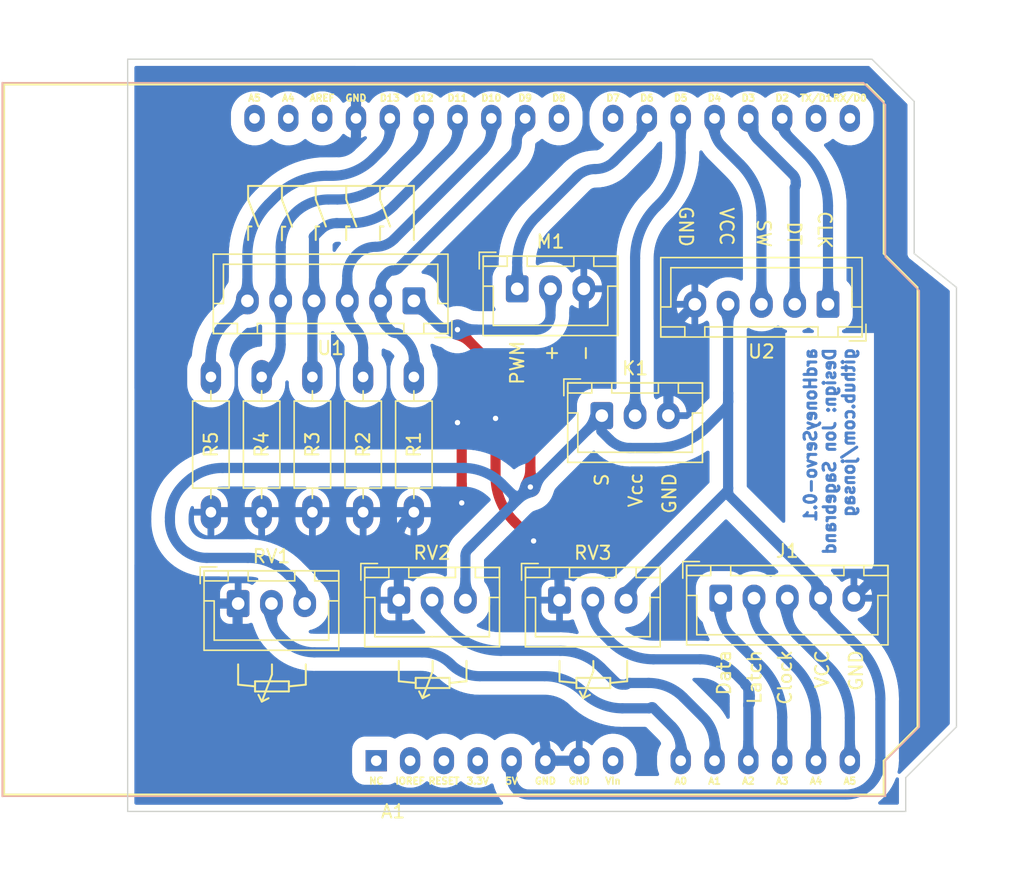
<source format=kicad_pcb>
(kicad_pcb (version 20211014) (generator pcbnew)
  (layers (0 "F.Cu" signal) (31 "B.Cu" signal) (34 "B.Paste" user) (35 "F.Paste" user) (36 "B.SilkS" user "B.Silkscreen") (37 "F.SilkS" user "F.Silkscreen") (38 "B.Mask" user) (39 "F.Mask" user) (44 "Edge.Cuts" user))
  (net 0 "")
  (net 5 "+5V")
  (net 6 "GND")
  (net 7 "VCC")
  (net 8 "A0")
  (net 9 "A1")
  (net 10 "A2")
  (net 11 "A3")
  (net 12 "A4")
  (net 13 "A5")
  (net 14 "D0")
  (net 15 "D1")
  (net 16 "D2")
  (net 17 "D3")
  (net 18 "D4")
  (net 19 "D5")
  (net 20 "D6")
  (net 21 "D7")
  (net 22 "D8")
  (net 23 "D10")
  (net 24 "D11")
  (net 25 "D12")
  (net 26 "D13")
  (net 30 "D9")
  (footprint "My_Headers:3-pin JST Servo" (layer "F.Cu") (at 150.535 73.77)
    (fp_text reference "M1")
    (fp_text value "Servo")
  )
  (footprint "My_Misc:R_Axial_DIN0207_L6.3mm_D2.5mm_P10.16mm_Horizontal_larger_pads" (layer "F.Cu") (at 135.155 80.388 -90)
    (fp_text reference "R3")
    (fp_text value "10k")
  )
  (footprint "My_Misc:R_Axial_DIN0207_L6.3mm_D2.5mm_P10.16mm_Horizontal_larger_pads" (layer "F.Cu") (at 127.535 80.388 -90)
    (fp_text reference "R5")
    (fp_text value "10k")
  )
  (footprint "My_Misc:R_Axial_DIN0207_L6.3mm_D2.5mm_P10.16mm_Horizontal_larger_pads" (layer "F.Cu") (at 138.965 80.388 -90)
    (fp_text reference "R2")
    (fp_text value "10k")
  )
  (footprint "My_Arduino:Arduino_UNO_R3_shield_large" (layer "F.Cu") (at 130.81 60.96)
    (fp_text reference "A1")
    (fp_text value "Arduino_UNO_R3")
  )
  (footprint "My_Headers:3-pin JST Potentiometer" (layer "F.Cu") (at 153.71 97.155)
    (fp_text reference "RV3")
    (fp_text value "10k")
  )
  (footprint "My_Headers:5-pin JST Rotary Encoder" (layer "F.Cu") (at 173.87 74.93 180)
    (fp_text reference "U2")
    (fp_text value "Rotary encoder")
  )
  (footprint "My_Headers:3-pin JST Potentiometer" (layer "F.Cu") (at 141.645 97.155)
    (fp_text reference "RV2")
    (fp_text value "10k")
  )
  (footprint "My_Headers:3-pin JST Potentiometer" (layer "F.Cu") (at 129.58 97.412)
    (fp_text reference "RV1")
    (fp_text value "10k")
  )
  (footprint "My_Misc:R_Axial_DIN0207_L6.3mm_D2.5mm_P10.16mm_Horizontal_larger_pads" (layer "F.Cu") (at 142.775 80.388 -90)
    (fp_text reference "R1")
    (fp_text value "10k")
  )
  (footprint "My_Headers:5-pin JST LCD" (layer "F.Cu") (at 165.815 97.008)
    (fp_text reference "J1")
    (fp_text value "LCD")
  )
  (footprint "My_Headers:6-pin JST 5-buttons" (layer "F.Cu") (at 142.775 74.673 180)
    (fp_text reference "U1")
    (fp_text value "Buttons / Switches")
  )
  (footprint "My_Misc:R_Axial_DIN0207_L6.3mm_D2.5mm_P10.16mm_Horizontal_larger_pads" (layer "F.Cu") (at 131.345 80.388 -90)
    (fp_text reference "R4")
    (fp_text value "10k")
  )
  (footprint "My_Headers:3-pin JST KY-019 relay" (layer "F.Cu") (at 156.885 83.295)
    (fp_text reference "K1")
    (fp_text value "Spinner motor")
  )
  (gr_line (start 177.8 57.15) (end 180.34 59.69) (layer "Edge.Cuts") (width 0.1))
  (gr_line (start 179.705 110.49) (end 179.705 113.03) (layer "Edge.Cuts") (width 0.1))
  (gr_line (start 183.515 106.68) (end 179.705 110.49) (layer "Edge.Cuts") (width 0.1))
  (gr_line (start 179.705 113.03) (end 121.285 113.03) (layer "Edge.Cuts") (width 0.1))
  (gr_line (start 183.515 73.66) (end 183.515 106.68) (layer "Edge.Cuts") (width 0.1))
  (gr_line (start 180.34 59.69) (end 180.34 71.12) (layer "Edge.Cuts") (width 0.1))
  (gr_line (start 177.165 56.515) (end 177.8 57.15) (layer "Edge.Cuts") (width 0.1))
  (gr_line (start 121.285 113.03) (end 121.285 56.515) (layer "Edge.Cuts") (width 0.1))
  (gr_line (start 180.34 71.12) (end 183.515 73.66) (layer "Edge.Cuts") (width 0.1))
  (gr_line (start 121.285 56.515) (end 177.165 56.515) (layer "Edge.Cuts") (width 0.1))
  (gr_text "ardHoneyServo-0.1\nDesign: Jon Sagebrand\ngithub.com/jonsag" (at 173.99 78.105 90) (layer "B.Cu") (effects (font (size 0.889 0.889) (thickness 0.22225)) (justify left mirror)))
  (segment (start 146.05 76.835) (end 149.928707 80.713707) (width 0.762) (layer "F.Cu") (net 5))
  (segment (start 151.5225 88.6575) (end 151.5225 84.561463) (width 0.762) (layer "F.Cu") (net 5))
  (via (at 146.05 76.835) (size 1.524) (drill 0.4) (layers "F.Cu" "B.Cu") (net 5))
  (via (at 151.5225 88.6575) (size 1.524) (drill 0.4) (layers "F.Cu" "B.Cu") (net 5))
  (arc (start 149.928707 80.713707) (mid 151.108286 82.479072) (end 151.5225 84.561463) (width 0.762) (layer "F.Cu") (net 5))
  (segment (start 160.949935 85.725) (end 159.013025 85.725) (width 0.762) (layer "B.Cu") (net 5))
  (segment (start 151.5225 88.6575) (end 156.885 83.295) (width 0.762) (layer "B.Cu") (net 5))
  (segment (start 166.37 81.5975) (end 166.37 74.93) (width 0.762) (layer "B.Cu") (net 5))
  (segment (start 146.645 93.840823) (end 146.645 97.155) (width 0.762) (layer "B.Cu") (net 5))
  (segment (start 147.13375 93.04625) (end 147.02125 93.15875) (width 0.762) (layer "B.Cu") (net 5))
  (segment (start 149.377873 88.417873) (end 150.09375 89.13375) (width 0.762) (layer "B.Cu") (net 5))
  (segment (start 166.37 88.740369) (end 166.37 89.059631) (width 0.762) (layer "B.Cu") (net 5))
  (segment (start 150.110012 110.459184) (end 150.110012 109.22) (width 0.762) (layer "B.Cu") (net 5))
  (segment (start 176.206207 100.742945) (end 173.613306 98.150044) (width 0.762) (layer "B.Cu") (net 5))
  (segment (start 147.02125 93.15875) (end 146.86125 93.31875) (width 0.762) (layer "B.Cu") (net 5))
  (segment (start 133.33 95.23) (end 134.250488 96.150488) (width 0.762) (layer "B.Cu") (net 5))
  (segment (start 164.782499 84.137499) (end 166.145493 82.774506) (width 0.762) (layer "B.Cu") (net 5))
  (segment (start 157.48 85.09) (end 156.845 84.455) (width 0.762) (layer "B.Cu") (net 5))
  (segment (start 127.216975 93.98) (end 130.312233 93.98) (width 0.762) (layer "B.Cu") (net 5))
  (segment (start 151.04625 89.13375) (end 150.09375 90.08625) (width 0.762) (layer "B.Cu") (net 5))
  (segment (start 134.58 96.946) (end 134.58 97.412) (width 0.762) (layer "B.Cu") (net 5))
  (segment (start 151.950987 76.835) (end 146.05 76.835) (width 0.762) (layer "B.Cu") (net 5))
  (segment (start 125.614626 88.380373) (end 125.460556 88.534443) (width 0.762) (layer "B.Cu") (net 5))
  (segment (start 147.02125 93.15875) (end 147.13375 93.04625) (width 0.762) (layer "B.Cu") (net 5))
  (segment (start 166.257123 89.012876) (end 158.920364 96.349635) (width 0.762) (layer "B.Cu") (net 5))
  (segment (start 166.37 88.740369) (end 166.37 82.2325) (width 0.762) (layer "B.Cu") (net 5))
  (segment (start 177.8 104.590701) (end 177.8 109.160586) (width 0.762) (layer "B.Cu") (net 5))
  (segment (start 173.315 96.586131) (end 173.315 97.429869) (width 0.762) (layer "B.Cu") (net 5))
  (segment (start 146.05 76.835) (end 145.4935 76.835) (width 0.762) (layer "B.Cu") (net 5))
  (segment (start 144.543495 76.441495) (end 142.775 74.673) (width 0.762) (layer "B.Cu") (net 5))
  (segment (start 124.46 90.95) (end 124.46 91.223024) (width 0.762) (layer "B.Cu") (net 5))
  (segment (start 166.37 81.5975) (end 166.37 82.2325) (width 0.762) (layer "B.Cu") (net 5))
  (segment (start 128.402141 87.225747) (end 146.499825 87.225747) (width 0.762) (layer "B.Cu") (net 5))
  (segment (start 173.016693 95.865955) (end 166.482876 89.332138) (width 0.762) (layer "B.Cu") (net 5))
  (segment (start 158.71 96.8575) (end 158.71 97.155) (width 0.762) (layer "B.Cu") (net 5))
  (segment (start 153.035 75.750987) (end 153.035 73.77) (width 0.762) (layer "B.Cu") (net 5))
  (segment (start 147.02125 93.15875) (end 146.965 93.215) (width 0.762) (layer "B.Cu") (net 5))
  (segment (start 166.37 82.2325) (end 166.37 81.5975) (width 0.762) (layer "B.Cu") (net 5))
  (segment (start 151.5225 88.6575) (end 151.04625 89.13375) (width 0.762) (layer "B.Cu") (net 5))
  (segment (start 151.410827 111.76) (end 175.200586 111.76) (width 0.762) (layer "B.Cu") (net 5))
  (segment (start 147.13375 93.04625) (end 150.09375 90.08625) (width 0.762) (layer "B.Cu") (net 5))
  (arc (start 157.48 85.09) (mid 158.183357 85.559968) (end 159.013025 85.725) (width 0.762) (layer "B.Cu") (net 5))
  (arc (start 166.37 82.2325) (mid 166.37 82.2325) (end 166.37 82.2325) (width 0.762) (layer "B.Cu") (net 5))
  (arc (start 166.37 89.059631) (mid 166.399335 89.20711) (end 166.482876 89.332138) (width 0.762) (layer "B.Cu") (net 5))
  (arc (start 173.016693 95.865955) (mid 173.237472 96.196374) (end 173.315 96.586131) (width 0.762) (layer "B.Cu") (net 5))
  (arc (start 144.543495 76.441495) (mid 144.979361 76.732731) (end 145.4935 76.835) (width 0.762) (layer "B.Cu") (net 5))
  (arc (start 134.250488 96.150488) (mid 134.494362 96.515472) (end 134.58 96.946) (width 0.762) (layer "B.Cu") (net 5))
  (arc (start 124.46 91.223024) (mid 124.669862 92.278073) (end 125.267499 93.1725) (width 0.762) (layer "B.Cu") (net 5))
  (arc (start 125.267499 93.1725) (mid 126.161926 93.770137) (end 127.216975 93.98) (width 0.762) (layer "B.Cu") (net 5))
  (arc (start 158.920364 96.349635) (mid 158.764671 96.582645) (end 158.71 96.8575) (width 0.762) (layer "B.Cu") (net 5))
  (arc (start 147.02125 93.15875) (mid 147.02125 93.15875) (end 147.02125 93.15875) (width 0.762) (layer "B.Cu") (net 5))
  (arc (start 153.035 75.750987) (mid 152.952484 76.16582) (end 152.7175 76.5175) (width 0.762) (layer "B.Cu") (net 5))
  (arc (start 150.110012 110.459184) (mid 150.20903 110.956984) (end 150.491012 111.379) (width 0.762) (layer "B.Cu") (net 5))
  (arc (start 146.86125 93.31875) (mid 146.701201 93.558279) (end 146.645 93.840823) (width 0.762) (layer "B.Cu") (net 5))
  (arc (start 125.460556 88.534443) (mid 124.720036 89.64271) (end 124.46 90.95) (width 0.762) (layer "B.Cu") (net 5))
  (arc (start 150.09375 89.13375) (mid 150.57 89.331019) (end 151.04625 89.13375) (width 0.762) (layer "B.Cu") (net 5))
  (arc (start 166.37 82.2325) (mid 166.311652 82.525831) (end 166.145493 82.774506) (width 0.762) (layer "B.Cu") (net 5))
  (arc (start 133.33 95.23) (mid 131.945436 94.304864) (end 130.312233 93.98) (width 0.762) (layer "B.Cu") (net 5))
  (arc (start 164.782499 84.137499) (mid 163.024104 85.312421) (end 160.949935 85.725) (width 0.762) (layer "B.Cu") (net 5))
  (arc (start 177.8 109.160586) (mid 177.602131 110.155338) (end 177.038649 110.998649) (width 0.762) (layer "B.Cu") (net 5))
  (arc (start 166.37 89.059631) (mid 166.329181 88.998542) (end 166.257123 89.012876) (width 0.762) (layer "B.Cu") (net 5))
  (arc (start 128.402141 87.225747) (mid 126.893548 87.525824) (end 125.614626 88.380373) (width 0.762) (layer "B.Cu") (net 5))
  (arc (start 150.09375 90.08625) (mid 150.291019 89.61) (end 150.09375 89.13375) (width 0.762) (layer "B.Cu") (net 5))
  (arc (start 152.7175 76.5175) (mid 152.36582 76.752484) (end 151.950987 76.835) (width 0.762) (layer "B.Cu") (net 5))
  (arc (start 150.491012 111.379) (mid 150.913026 111.660981) (end 151.410827 111.76) (width 0.762) (layer "B.Cu") (net 5))
  (arc (start 177.038649 110.998649) (mid 176.195338 111.562131) (end 175.200586 111.76) (width 0.762) (layer "B.Cu") (net 5))
  (arc (start 149.377873 88.417873) (mid 148.057413 87.53557) (end 146.499825 87.225747) (width 0.762) (layer "B.Cu") (net 5))
  (arc (start 173.315 97.429869) (mid 173.392527 97.819625) (end 173.613306 98.150044) (width 0.762) (layer "B.Cu") (net 5))
  (arc (start 166.257123 89.012876) (mid 166.340664 88.887848) (end 166.37 88.740369) (width 0.762) (layer "B.Cu") (net 5))
  (arc (start 176.206207 100.742945) (mid 177.385786 102.50831) (end 177.8 104.590701) (width 0.762) (layer "B.Cu") (net 5))
  (segment (start 150.33625 91.28125) (end 151.765 92.71) (width 0.762) (layer "F.Cu") (net 6))
  (segment (start 148.9075 87.831942) (end 148.9075 83.5025) (width 0.762) (layer "F.Cu") (net 6))
  (segment (start 146.3675 84.362006) (end 146.3675 89.8525) (width 0.762) (layer "F.Cu") (net 6))
  (segment (start 146.05 83.82) (end 146.20875 83.97875) (width 0.762) (layer "F.Cu") (net 6))
  (via (at 151.765 92.71) (size 1.524) (drill 0.4) (layers "F.Cu" "B.Cu") (net 6))
  (via (at 146.3675 89.8525) (size 1.524) (drill 0.4) (layers "F.Cu" "B.Cu") (net 6))
  (via (at 148.9075 83.5025) (size 1.524) (drill 0.4) (layers "F.Cu" "B.Cu") (net 6))
  (via (at 146.05 83.82) (size 1.524) (drill 0.4) (layers "F.Cu" "B.Cu") (net 6))
  (arc (start 146.20875 83.97875) (mid 146.326242 84.154589) (end 146.3675 84.362006) (width 0.762) (layer "F.Cu") (net 6))
  (arc (start 148.9075 87.831942) (mid 149.27882 89.698694) (end 150.33625 91.28125) (width 0.762) (layer "F.Cu") (net 6))
  (segment (start 135.155 90.548) (end 131.345 90.548) (width 0.762) (layer "B.Cu") (net 6))
  (segment (start 154.437216 77.972783) (end 148.9075 83.5025) (width 0.762) (layer "B.Cu") (net 6))
  (segment (start 138.430012 60.96) (end 138.430012 59.05502) (width 0.762) (layer "B.Cu") (net 6))
  (segment (start 148.74875 83.66125) (end 148.9075 83.5025) (width 0.762) (layer "B.Cu") (net 6))
  (segment (start 177.8 93.619393) (end 177.8 60.588025) (width 0.762) (layer "B.Cu") (net 6))
  (segment (start 141.975969 90.548) (end 138.965 90.548) (width 0.762) (layer "B.Cu") (net 6))
  (segment (start 139.514012 58.42) (end 175.631974 58.42) (width 0.762) (layer "B.Cu") (net 6))
  (segment (start 153.539012 109.22) (end 155.190012 109.22) (width 0.762) (layer "B.Cu") (net 6))
  (segment (start 125.095 78.471373) (end 125.095 81.548627) (width 0.762) (layer "B.Cu") (net 6))
  (segment (start 176.8075 96.0155) (end 175.815 97.008) (width 0.762) (layer "B.Cu") (net 6))
  (segment (start 124.007026 81.097973) (end 123.825 81.28) (width 0.762) (layer "B.Cu") (net 6))
  (segment (start 155.535 75.3225) (end 155.535 73.77) (width 0.762) (layer "B.Cu") (net 6))
  (segment (start 129.551715 97.412) (end 128.101 97.412) (width 0.762) (layer "B.Cu") (net 6))
  (segment (start 162.8775 75.9225) (end 163.87 74.93) (width 0.762) (layer "B.Cu") (net 6))
  (segment (start 130.486207 65.093792) (end 126.688792 68.891207) (width 0.762) (layer "B.Cu") (net 6))
  (segment (start 131.345 90.548) (end 127.535 90.548) (width 0.762) (layer "B.Cu") (net 6))
  (segment (start 138.430012 60.96) (end 138.430012 62.199184) (width 0.762) (layer "B.Cu") (net 6))
  (segment (start 129.54 97.480284) (end 129.54 100.624935) (width 0.762) (layer "B.Cu") (net 6))
  (segment (start 151.951512 106.7435) (end 152.021394 106.813382) (width 0.762) (layer "B.Cu") (net 6))
  (segment (start 146.05 83.82) (end 148.365493 83.82) (width 0.762) (layer "B.Cu") (net 6))
  (segment (start 153.71 95.905) (end 153.71 97.155) (width 0.762) (layer "B.Cu") (net 6))
  (segment (start 161.885 78.318606) (end 161.885 83.295) (width 0.762) (layer "B.Cu") (net 6))
  (segment (start 135.155 90.548) (end 138.965 90.548) (width 0.762) (layer "B.Cu") (net 6))
  (segment (start 125.095 81.548627) (end 125.095 82.569124) (width 0.762) (layer "B.Cu") (net 6))
  (segment (start 150.265183 106.045) (end 134.960064 106.045) (width 0.762) (layer "B.Cu") (net 6))
  (segment (start 145.180207 90.548) (end 143.57403 90.548) (width 0.762) (layer "B.Cu") (net 6))
  (segment (start 146.05 83.82) (end 126.345875 83.82) (width 0.762) (layer "B.Cu") (net 6))
  (segment (start 122.555 91.091036) (end 122.555 84.346051) (width 0.762) (layer "B.Cu") (net 6))
  (segment (start 151.765 92.71) (end 152.826116 93.771116) (width 0.762) (layer "B.Cu") (net 6))
  (segment (start 125.095 78.471373) (end 125.095 72.738963) (width 0.762) (layer "B.Cu") (net 6))
  (segment (start 124.148792 94.938792) (end 125.576189 96.366189) (width 0.762) (layer "B.Cu") (net 6))
  (segment (start 134.333963 63.5) (end 137.129196 63.5) (width 0.762) (layer "B.Cu") (net 6))
  (segment (start 138.7475 58.7375) (end 138.430006 59.054994) (width 0.762) (layer "B.Cu") (net 6))
  (segment (start 141.975969 90.548) (end 143.57403 90.548) (width 0.762) (layer "B.Cu") (net 6))
  (segment (start 146.01975 90.20025) (end 146.3675 89.8525) (width 0.762) (layer "B.Cu") (net 6))
  (segment (start 141.645 92.47703) (end 141.645 97.155) (width 0.762) (layer "B.Cu") (net 6))
  (arc (start 129.56 97.432) (mid 129.562539 97.419232) (end 129.551715 97.412) (width 0.762) (layer "B.Cu") (net 6))
  (arc (start 129.54 100.624935) (mid 129.952577 102.699104) (end 131.1275 104.4575) (width 0.762) (layer "B.Cu") (net 6))
  (arc (start 134.333963 63.5) (mid 132.251572 63.914213) (end 130.486207 65.093792) (width 0.762) (layer "B.Cu") (net 6))
  (arc (start 177.165 59.055) (mid 176.461641 58.585031) (end 175.631974 58.42) (width 0.762) (layer "B.Cu") (net 6))
  (arc (start 177.8 93.619393) (mid 177.542057 94.916156) (end 176.8075 96.0155) (width 0.762) (layer "B.Cu") (net 6))
  (arc (start 124.007026 81.097973) (mid 124.812244 79.892878) (end 125.095 78.471373) (width 0.762) (layer "B.Cu") (net 6))
  (arc (start 125.461373 83.453627) (mid 125.867186 83.724782) (end 126.345875 83.82) (width 0.762) (layer "B.Cu") (net 6))
  (arc (start 125.095 82.569124) (mid 125.190217 83.047813) (end 125.461373 83.453627) (width 0.762) (layer "B.Cu") (net 6))
  (arc (start 142.21 91.113) (mid 141.791838 91.738822) (end 141.645 92.47703) (width 0.762) (layer "B.Cu") (net 6))
  (arc (start 162.8775 75.9225) (mid 162.142942 77.021842) (end 161.885 78.318606) (width 0.762) (layer "B.Cu") (net 6))
  (arc (start 138.430012 62.199184) (mid 138.330993 62.696984) (end 138.049012 63.119) (width 0.762) (layer "B.Cu") (net 6))
  (arc (start 143.57403 90.548) (mid 142.835822 90.694838) (end 142.21 91.113) (width 0.762) (layer "B.Cu") (net 6))
  (arc (start 155.535 75.3225) (mid 155.249695 76.756822) (end 154.437216 77.972783) (width 0.762) (layer "B.Cu") (net 6))
  (arc (start 125.576189 96.366189) (mid 126.734582 97.140202) (end 128.101 97.412) (width 0.762) (layer "B.Cu") (net 6))
  (arc (start 146.01975 90.20025) (mid 145.634564 90.457622) (end 145.180207 90.548) (width 0.762) (layer "B.Cu") (net 6))
  (arc (start 138.43 59.055) (mid 138.430008 59.05501) (end 138.430012 59.05502) (width 0.762) (layer "B.Cu") (net 6))
  (arc (start 177.165 59.055) (mid 177.634968 59.758357) (end 177.8 60.588025) (width 0.762) (layer "B.Cu") (net 6))
  (arc (start 152.826116 93.771116) (mid 153.480286 94.75015) (end 153.71 95.905) (width 0.762) (layer "B.Cu") (net 6))
  (arc (start 131.1275 104.4575) (mid 132.885895 105.632422) (end 134.960064 106.045) (width 0.762) (layer "B.Cu") (net 6))
  (arc (start 148.74875 83.66125) (mid 148.57291 83.778742) (end 148.365493 83.82) (width 0.762) (layer "B.Cu") (net 6))
  (arc (start 138.430006 59.054994) (mid 138.430002 59.054997) (end 138.43 59.055) (width 0.762) (layer "B.Cu") (net 6))
  (arc (start 152.021394 106.813382) (mid 152.486639 107.509671) (end 152.650012 108.331) (width 0.762) (layer "B.Cu") (net 6))
  (arc (start 123.825 81.28) (mid 122.885062 82.686716) (end 122.555 84.346051) (width 0.762) (layer "B.Cu") (net 6))
  (arc (start 151.951512 106.7435) (mid 151.177817 106.226534) (end 150.265183 106.045) (width 0.762) (layer "B.Cu") (net 6))
  (arc (start 152.650012 108.331) (mid 152.910394 108.959617) (end 153.539012 109.22) (width 0.762) (layer "B.Cu") (net 6))
  (arc (start 139.514012 58.42) (mid 139.099178 58.502515) (end 138.7475 58.7375) (width 0.762) (layer "B.Cu") (net 6))
  (arc (start 138.049012 63.119) (mid 137.626996 63.400981) (end 137.129196 63.5) (width 0.762) (layer "B.Cu") (net 6))
  (arc (start 125.095 81.548627) (mid 124.701571 80.959819) (end 124.007026 81.097973) (width 0.762) (layer "B.Cu") (net 6))
  (arc (start 142.21 91.113) (mid 142.281745 90.752312) (end 141.975969 90.548) (width 0.762) (layer "B.Cu") (net 6))
  (arc (start 126.688792 68.891207) (mid 125.509213 70.656572) (end 125.095 72.738963) (width 0.762) (layer "B.Cu") (net 6))
  (arc (start 122.555 91.091036) (mid 122.969213 93.173426) (end 124.148792 94.938792) (width 0.762) (layer "B.Cu") (net 6))
  (arc (start 129.56 97.432) (mid 129.545197 97.454152) (end 129.54 97.480284) (width 0.762) (layer "B.Cu") (net 6))
  (segment (start 143.399649 101.078736) (end 135.304274 101.078736) (width 0.762) (layer "B.Cu") (net 8))
  (segment (start 132.08 98.301) (end 132.08 97.412) (width 0.762) (layer "B.Cu") (net 8))
  (segment (start 160.7185 105.2195) (end 162.135082 106.636082) (width 0.762) (layer "B.Cu") (net 8))
  (segment (start 132.708617 99.818617) (end 133.024368 100.134368) (width 0.762) (layer "B.Cu") (net 8))
  (segment (start 152.598751 102.87) (end 147.724142 102.87) (width 0.762) (layer "B.Cu") (net 8))
  (segment (start 160.438197 105.283) (end 158.424248 105.283) (width 0.762) (layer "B.Cu") (net 8))
  (segment (start 162.810012 108.265506) (end 162.810012 109.22) (width 0.762) (layer "B.Cu") (net 8))
  (arc (start 145.561896 101.974368) (mid 144.569848 101.311503) (end 143.399649 101.078736) (width 0.762) (layer "B.Cu") (net 8))
  (arc (start 155.5115 104.0765) (mid 156.84788 104.96944) (end 158.424248 105.283) (width 0.762) (layer "B.Cu") (net 8))
  (arc (start 132.08 98.301) (mid 132.243372 99.122328) (end 132.708617 99.818617) (width 0.762) (layer "B.Cu") (net 8))
  (arc (start 160.5915 105.2195) (mid 160.521164 105.266496) (end 160.438197 105.283) (width 0.762) (layer "B.Cu") (net 8))
  (arc (start 155.5115 104.0765) (mid 154.175119 103.183559) (end 152.598751 102.87) (width 0.762) (layer "B.Cu") (net 8))
  (arc (start 133.024368 100.134368) (mid 134.070397 100.833302) (end 135.304274 101.078736) (width 0.762) (layer "B.Cu") (net 8))
  (arc (start 160.7185 105.2195) (mid 160.655 105.193197) (end 160.5915 105.2195) (width 0.762) (layer "B.Cu") (net 8))
  (arc (start 145.561896 101.974368) (mid 146.553943 102.637232) (end 147.724142 102.87) (width 0.762) (layer "B.Cu") (net 8))
  (arc (start 162.135082 106.636082) (mid 162.634603 107.383668) (end 162.810012 108.265506) (width 0.762) (layer "B.Cu") (net 8))
  (segment (start 164.495477 105.948477) (end 163.00263 104.45563) (width 0.762) (layer "B.Cu") (net 9))
  (segment (start 145.4795 99.3775) (end 143.892 97.79) (width 0.762) (layer "B.Cu") (net 9))
  (segment (start 158.966802 103.378) (end 160.401 103.378) (width 0.762) (layer "B.Cu") (net 9))
  (segment (start 156.845 102.235) (end 157.890493 103.280493) (width 0.762) (layer "B.Cu") (net 9))
  (segment (start 153.778948 100.965) (end 149.312064 100.965) (width 0.762) (layer "B.Cu") (net 9))
  (segment (start 158.660197 103.505) (end 158.4325 103.505) (width 0.762) (layer "B.Cu") (net 9))
  (segment (start 165.350012 108.011506) (end 165.350012 109.22) (width 0.762) (layer "B.Cu") (net 9))
  (arc (start 157.890493 103.280493) (mid 158.139168 103.446652) (end 158.4325 103.505) (width 0.762) (layer "B.Cu") (net 9))
  (arc (start 164.495477 105.948477) (mid 165.127925 106.895002) (end 165.350012 108.011506) (width 0.762) (layer "B.Cu") (net 9))
  (arc (start 163.00263 104.45563) (mid 161.808992 103.658066) (end 160.401 103.378) (width 0.762) (layer "B.Cu") (net 9))
  (arc (start 156.845 102.235) (mid 155.438283 101.295062) (end 153.778948 100.965) (width 0.762) (layer "B.Cu") (net 9))
  (arc (start 158.8135 103.4415) (mid 158.743164 103.488496) (end 158.660197 103.505) (width 0.762) (layer "B.Cu") (net 9))
  (arc (start 145.4795 99.3775) (mid 147.237895 100.552422) (end 149.312064 100.965) (width 0.762) (layer "B.Cu") (net 9))
  (arc (start 158.966802 103.378) (mid 158.883835 103.394503) (end 158.8135 103.4415) (width 0.762) (layer "B.Cu") (net 9))
  (segment (start 167.890012 104.950214) (end 167.890012 103.931797) (width 0.762) (layer "B.Cu") (net 10))
  (segment (start 167.995792 104.844434) (end 167.995792 104.35172) (width 0.762) (layer "B.Cu") (net 10))
  (segment (start 160.762853 101.6) (end 164.267115 101.6) (width 0.762) (layer "B.Cu") (net 10))
  (segment (start 167.765006 103.630006) (end 167.64 103.505) (width 0.762) (layer "B.Cu") (net 10))
  (segment (start 167.890012 105.099809) (end 167.890012 109.22) (width 0.762) (layer "B.Cu") (net 10))
  (segment (start 167.5945 103.382916) (end 166.903688 102.692104) (width 0.762) (layer "B.Cu") (net 10))
  (segment (start 156.21 98.044) (end 156.21 97.155) (width 0.762) (layer "B.Cu") (net 10))
  (segment (start 157.5435 100.2665) (end 156.838617 99.561617) (width 0.762) (layer "B.Cu") (net 10))
  (segment (start 167.890012 105.099809) (end 167.890012 104.950214) (width 0.762) (layer "B.Cu") (net 10))
  (arc (start 167.5945 103.382916) (mid 167.891499 103.827407) (end 167.995792 104.35172) (width 0.762) (layer "B.Cu") (net 10))
  (arc (start 156.21 98.044) (mid 156.373372 98.865328) (end 156.838617 99.561617) (width 0.762) (layer "B.Cu") (net 10))
  (arc (start 167.995792 104.844434) (mid 167.982046 104.913538) (end 167.942902 104.972122) (width 0.762) (layer "B.Cu") (net 10))
  (arc (start 167.765006 103.630006) (mid 167.857523 103.768468) (end 167.890012 103.931797) (width 0.762) (layer "B.Cu") (net 10))
  (arc (start 167.890012 104.950214) (mid 167.909137 104.978838) (end 167.942902 104.972122) (width 0.762) (layer "B.Cu") (net 10))
  (arc (start 166.903688 102.692104) (mid 165.694018 101.883828) (end 164.267115 101.6) (width 0.762) (layer "B.Cu") (net 10))
  (arc (start 167.942902 104.972122) (mid 167.903757 105.030705) (end 167.890012 105.099809) (width 0.762) (layer "B.Cu") (net 10))
  (arc (start 157.5435 100.2665) (mid 159.020551 101.253434) (end 160.762853 101.6) (width 0.762) (layer "B.Cu") (net 10))
  (segment (start 166.550724 99.824668) (end 168.836219 102.110163) (width 0.762) (layer "B.Cu") (net 11))
  (segment (start 165.815 98.048472) (end 165.815 97.008) (width 0.762) (layer "B.Cu") (net 11))
  (segment (start 170.430012 105.957919) (end 170.430012 109.22) (width 0.762) (layer "B.Cu") (net 11))
  (arc (start 165.815 98.048472) (mid 166.006208 99.009742) (end 166.550724 99.824668) (width 0.762) (layer "B.Cu") (net 11))
  (arc (start 168.836219 102.110163) (mid 170.015798 103.875528) (end 170.430012 105.957919) (width 0.762) (layer "B.Cu") (net 11))
  (segment (start 171.376219 102.135691) (end 169.045608 99.80508) (width 0.762) (layer "B.Cu") (net 12))
  (segment (start 168.315 98.041236) (end 168.315 97.008) (width 0.762) (layer "B.Cu") (net 12))
  (segment (start 172.970012 105.983447) (end 172.970012 109.22) (width 0.762) (layer "B.Cu") (net 12))
  (arc (start 168.315 98.041236) (mid 168.504878 98.995821) (end 169.045608 99.80508) (width 0.762) (layer "B.Cu") (net 12))
  (arc (start 171.376219 102.135691) (mid 172.555798 103.901056) (end 172.970012 105.983447) (width 0.762) (layer "B.Cu") (net 12))
  (segment (start 175.510012 106.008975) (end 175.510012 109.22) (width 0.762) (layer "B.Cu") (net 13))
  (segment (start 170.815 98.034) (end 170.815 97.008) (width 0.762) (layer "B.Cu") (net 13))
  (segment (start 173.916219 102.161219) (end 171.540491 99.785491) (width 0.762) (layer "B.Cu") (net 13))
  (arc (start 170.815 98.034) (mid 171.003548 98.9819) (end 171.540491 99.785491) (width 0.762) (layer "B.Cu") (net 13))
  (arc (start 173.916219 102.161219) (mid 175.095798 103.926584) (end 175.510012 106.008975) (width 0.762) (layer "B.Cu") (net 13))
  (segment (start 173.87 67.538963) (end 173.87 74.93) (width 0.762) (layer "B.Cu") (net 16))
  (segment (start 170.430012 61.402506) (end 170.430012 60.96) (width 0.762) (layer "B.Cu") (net 16))
  (segment (start 170.74291 62.15791) (end 172.276207 63.691207) (width 0.762) (layer "B.Cu") (net 16))
  (arc (start 172.276207 63.691207) (mid 173.455786 65.456572) (end 173.87 67.538963) (width 0.762) (layer "B.Cu") (net 16))
  (arc (start 170.430012 61.402506) (mid 170.511331 61.811327) (end 170.74291 62.15791) (width 0.762) (layer "B.Cu") (net 16))
  (segment (start 171.37 66.176568) (end 171.37 74.93) (width 0.762) (layer "B.Cu") (net 17))
  (segment (start 168.587898 62.542898) (end 171.225493 65.180493) (width 0.762) (layer "B.Cu") (net 17))
  (segment (start 171.45 65.983431) (end 171.45 65.7225) (width 0.762) (layer "B.Cu") (net 17))
  (segment (start 168.082506 61.152494) (end 167.890012 60.96) (width 0.762) (layer "B.Cu") (net 17))
  (segment (start 168.275 61.787494) (end 168.275 61.617215) (width 0.762) (layer "B.Cu") (net 17))
  (arc (start 168.275 61.787494) (mid 168.356319 62.196315) (end 168.587898 62.542898) (width 0.762) (layer "B.Cu") (net 17))
  (arc (start 171.45 65.983431) (mid 171.439604 66.035693) (end 171.41 66.08) (width 0.762) (layer "B.Cu") (net 17))
  (arc (start 168.082506 61.152494) (mid 168.224972 61.365709) (end 168.275 61.617215) (width 0.762) (layer "B.Cu") (net 17))
  (arc (start 171.41 66.08) (mid 171.380395 66.124305) (end 171.37 66.176568) (width 0.762) (layer "B.Cu") (net 17))
  (arc (start 171.225493 65.180493) (mid 171.391652 65.429168) (end 171.45 65.7225) (width 0.762) (layer "B.Cu") (net 17))
  (segment (start 167.276207 64.406207) (end 165.887417 63.017417) (width 0.762) (layer "B.Cu") (net 18))
  (segment (start 165.350012 61.720006) (end 165.350012 60.96) (width 0.762) (layer "B.Cu") (net 18))
  (segment (start 168.87 68.253963) (end 168.87 74.93) (width 0.762) (layer "B.Cu") (net 18))
  (arc (start 167.276207 64.406207) (mid 168.455786 66.171572) (end 168.87 68.253963) (width 0.762) (layer "B.Cu") (net 18))
  (arc (start 165.350012 61.720006) (mid 165.489679 62.422159) (end 165.887417 63.017417) (width 0.762) (layer "B.Cu") (net 18))
  (segment (start 162.810012 63.536024) (end 162.810012 60.96) (width 0.762) (layer "B.Cu") (net 19))
  (segment (start 161.216218 67.38378) (end 160.978792 67.621207) (width 0.762) (layer "B.Cu") (net 19))
  (segment (start 159.385 71.468963) (end 159.385 83.295) (width 0.762) (layer "B.Cu") (net 19))
  (arc (start 160.978792 67.621207) (mid 159.799213 69.386572) (end 159.385 71.468963) (width 0.762) (layer "B.Cu") (net 19))
  (arc (start 162.810012 63.536024) (mid 162.395798 65.618414) (end 161.216218 67.38378) (width 0.762) (layer "B.Cu") (net 19))
  (segment (start 150.535 71.79) (end 150.535 73.77) (width 0.762) (layer "B.Cu") (net 20))
  (segment (start 151.935071 68.409928) (end 154.990824 65.354175) (width 0.762) (layer "B.Cu") (net 20))
  (segment (start 160.079512 61.1505) (end 160.270012 60.96) (width 0.762) (layer "B.Cu") (net 20))
  (segment (start 159.617735 62.379563) (end 157.811474 64.185824) (width 0.762) (layer "B.Cu") (net 20))
  (segment (start 159.889012 61.724643) (end 159.889012 61.610407) (width 0.762) (layer "B.Cu") (net 20))
  (arc (start 151.935071 68.409928) (mid 150.898866 69.960718) (end 150.535 71.79) (width 0.762) (layer "B.Cu") (net 20))
  (arc (start 156.401149 64.77) (mid 155.637886 64.921822) (end 154.990824 65.354175) (width 0.762) (layer "B.Cu") (net 20))
  (arc (start 157.811474 64.185824) (mid 157.164411 64.618177) (end 156.401149 64.77) (width 0.762) (layer "B.Cu") (net 20))
  (arc (start 159.889012 61.724643) (mid 159.818509 62.079083) (end 159.617735 62.379563) (width 0.762) (layer "B.Cu") (net 20))
  (arc (start 160.079512 61.1505) (mid 159.938521 61.361507) (end 159.889012 61.610407) (width 0.762) (layer "B.Cu") (net 20))
  (segment (start 138.307804 76.712804) (end 138.37 76.775) (width 0.762) (layer "B.Cu") (net 23))
  (segment (start 138.419999 71.256999) (end 138.481279 71.19572) (width 0.762) (layer "B.Cu") (net 23))
  (segment (start 137.775 75.4265) (end 137.775 74.673) (width 0.762) (layer "B.Cu") (net 23))
  (segment (start 148.590012 61.849) (end 148.590012 60.96) (width 0.762) (layer "B.Cu") (net 23))
  (segment (start 147.961394 63.366617) (end 141.299732 70.028279) (width 0.762) (layer "B.Cu") (net 23))
  (segment (start 138.965 78.211457) (end 138.965 80.388) (width 0.762) (layer "B.Cu") (net 23))
  (segment (start 137.775 72.814167) (end 137.775 74.673) (width 0.762) (layer "B.Cu") (net 23))
  (arc (start 139.890506 70.612) (mid 139.127837 70.763703) (end 138.481279 71.19572) (width 0.762) (layer "B.Cu") (net 23))
  (arc (start 138.37 76.775) (mid 138.810364 77.434052) (end 138.965 78.211457) (width 0.762) (layer "B.Cu") (net 23))
  (arc (start 148.590012 61.849) (mid 148.426639 62.670328) (end 147.961394 63.366617) (width 0.762) (layer "B.Cu") (net 23))
  (arc (start 138.419999 71.256999) (mid 137.942629 71.971434) (end 137.775 72.814167) (width 0.762) (layer "B.Cu") (net 23))
  (arc (start 137.775 75.4265) (mid 137.913471 76.122642) (end 138.307804 76.712804) (width 0.762) (layer "B.Cu") (net 23))
  (arc (start 141.299732 70.028279) (mid 140.653173 70.460295) (end 139.890506 70.612) (width 0.762) (layer "B.Cu") (net 23))
  (segment (start 135.265 69.84) (end 135.763 69.342) (width 0.762) (layer "B.Cu") (net 24))
  (segment (start 135.275 69.884142) (end 135.275 74.588147) (width 0.762) (layer "B.Cu") (net 24))
  (segment (start 135.155 74.877852) (end 135.155 80.388) (width 0.762) (layer "B.Cu") (net 24))
  (segment (start 146.050012 61.849) (end 146.050012 60.96) (width 0.762) (layer "B.Cu") (net 24))
  (segment (start 145.421394 63.366617) (end 141.256153 67.531858) (width 0.762) (layer "B.Cu") (net 24))
  (segment (start 136.98942 68.834) (end 138.112506 68.834) (width 0.762) (layer "B.Cu") (net 24))
  (arc (start 141.256153 67.531858) (mid 139.813835 68.495584) (end 138.112506 68.834) (width 0.762) (layer "B.Cu") (net 24))
  (arc (start 135.215 74.733) (mid 135.170593 74.799458) (end 135.155 74.877852) (width 0.762) (layer "B.Cu") (net 24))
  (arc (start 135.275 74.588147) (mid 135.259406 74.66654) (end 135.215 74.733) (width 0.762) (layer "B.Cu") (net 24))
  (arc (start 135.265 69.86) (mid 135.272401 69.871076) (end 135.275 69.884142) (width 0.762) (layer "B.Cu") (net 24))
  (arc (start 136.98942 68.834) (mid 136.325686 68.966024) (end 135.763 69.342) (width 0.762) (layer "B.Cu") (net 24))
  (arc (start 146.050012 61.849) (mid 145.886639 62.670328) (end 145.421394 63.366617) (width 0.762) (layer "B.Cu") (net 24))
  (arc (start 135.265 69.84) (mid 135.260857 69.85) (end 135.265 69.86) (width 0.762) (layer "B.Cu") (net 24))
  (segment (start 137.033006 67.056) (end 136.358217 67.056) (width 0.762) (layer "B.Cu") (net 25))
  (segment (start 143.510012 61.849) (end 143.510012 60.96) (width 0.762) (layer "B.Cu") (net 25))
  (segment (start 142.881393 63.366617) (end 140.718659 65.529352) (width 0.762) (layer "B.Cu") (net 25))
  (segment (start 132.775 77.946837) (end 132.775 74.673) (width 0.762) (layer "B.Cu") (net 25))
  (segment (start 132.775 74.673) (end 132.775 70.639217) (width 0.762) (layer "B.Cu") (net 25))
  (segment (start 132.06 79.673) (end 131.345 80.388) (width 0.762) (layer "B.Cu") (net 25))
  (arc (start 143.510012 61.849) (mid 143.346639 62.670328) (end 142.881393 63.366617) (width 0.762) (layer "B.Cu") (net 25))
  (arc (start 140.718659 65.529352) (mid 139.027667 66.659237) (end 137.033006 67.056) (width 0.762) (layer "B.Cu") (net 25))
  (arc (start 136.358217 67.056) (mid 134.986979 67.328756) (end 133.8245 68.1055) (width 0.762) (layer "B.Cu") (net 25))
  (arc (start 132.775 77.946837) (mid 132.589177 78.881029) (end 132.06 79.673) (width 0.762) (layer "B.Cu") (net 25))
  (arc (start 133.8245 68.1055) (mid 133.047756 69.267979) (end 132.775 70.639217) (width 0.762) (layer "B.Cu") (net 25))
  (segment (start 139.700011 64.007999) (end 140.341394 63.366617) (width 0.762) (layer "B.Cu") (net 26))
  (segment (start 132.41345 66.849548) (end 131.868792 67.394207) (width 0.762) (layer "B.Cu") (net 26))
  (segment (start 136.63396 65.278) (end 136.207506 65.278) (width 0.762) (layer "B.Cu") (net 26))
  (segment (start 140.970012 61.849) (end 140.970012 60.96) (width 0.762) (layer "B.Cu") (net 26))
  (segment (start 127.535 78.9005) (end 127.535 80.388) (width 0.762) (layer "B.Cu") (net 26))
  (segment (start 130.275 74.673) (end 130.275 71.241963) (width 0.762) (layer "B.Cu") (net 26))
  (segment (start 128.586821 76.361178) (end 130.275 74.673) (width 0.762) (layer "B.Cu") (net 26))
  (arc (start 140.970012 61.849) (mid 140.806639 62.670328) (end 140.341394 63.366617) (width 0.762) (layer "B.Cu") (net 26))
  (arc (start 139.700011 64.007999) (mid 138.293295 64.947937) (end 136.63396 65.278) (width 0.762) (layer "B.Cu") (net 26))
  (arc (start 131.868792 67.394207) (mid 130.689213 69.159572) (end 130.275 71.241963) (width 0.762) (layer "B.Cu") (net 26))
  (arc (start 136.207506 65.278) (mid 134.154177 65.686432) (end 132.41345 66.849548) (width 0.762) (layer "B.Cu") (net 26))
  (arc (start 128.586821 76.361178) (mid 127.808359 77.526229) (end 127.535 78.9005) (width 0.762) (layer "B.Cu") (net 26))
  (segment (start 142.775 79.083314) (end 142.775 80.388) (width 0.762) (layer "B.Cu") (net 30))
  (segment (start 150.812505 61.912493) (end 150.905509 61.81949) (width 0.762) (layer "B.Cu") (net 30))
  (segment (start 140.275 75.407) (end 140.275 75.472784) (width 0.762) (layer "B.Cu") (net 30))
  (segment (start 140.622499 72.737499) (end 140.799416 72.560583) (width 0.762) (layer "B.Cu") (net 30))
  (segment (start 151.130012 61.277494) (end 151.130012 60.96) (width 0.762) (layer "B.Cu") (net 30))
  (segment (start 141.083881 76.949881) (end 140.7475 76.6135) (width 0.762) (layer "B.Cu") (net 30))
  (segment (start 150.099909 63.742574) (end 141.623067 72.219416) (width 0.762) (layer "B.Cu") (net 30))
  (segment (start 142.19 77.671) (end 141.741118 77.222118) (width 0.762) (layer "B.Cu") (net 30))
  (segment (start 140.275 73.939) (end 140.275 75.407) (width 0.762) (layer "B.Cu") (net 30))
  (segment (start 150.495 62.679021) (end 150.495 62.788742) (width 0.762) (layer "B.Cu") (net 30))
  (segment (start 140.275 73.576439) (end 140.275 73.939) (width 0.762) (layer "B.Cu") (net 30))
  (arc (start 142.19 77.671) (mid 142.622963 78.318975) (end 142.775 79.083314) (width 0.762) (layer "B.Cu") (net 30))
  (arc (start 140.275 75.472784) (mid 140.397798 76.090135) (end 140.7475 76.6135) (width 0.762) (layer "B.Cu") (net 30))
  (arc (start 141.623067 72.219416) (mid 141.43412 72.345666) (end 141.211242 72.39) (width 0.762) (layer "B.Cu") (net 30))
  (arc (start 150.812505 61.912493) (mid 150.577516 62.264179) (end 150.495 62.679021) (width 0.762) (layer "B.Cu") (net 30))
  (arc (start 151.130012 61.277494) (mid 151.071665 61.57082) (end 150.905509 61.81949) (width 0.762) (layer "B.Cu") (net 30))
  (arc (start 140.622499 72.737499) (mid 140.365312 73.122408) (end 140.275 73.576439) (width 0.762) (layer "B.Cu") (net 30))
  (arc (start 150.495 62.788742) (mid 150.392319 63.304952) (end 150.099909 63.742574) (width 0.762) (layer "B.Cu") (net 30))
  (arc (start 141.211242 72.39) (mid 140.988363 72.434333) (end 140.799416 72.560583) (width 0.762) (layer "B.Cu") (net 30))
  (arc (start 141.741118 77.222118) (mid 141.590346 77.121375) (end 141.4125 77.086) (width 0.762) (layer "B.Cu") (net 30))
  (arc (start 141.083881 76.949881) (mid 141.234652 77.050623) (end 141.4125 77.086) (width 0.762) (layer "B.Cu") (net 30))
  (zone (net 6) (net_name "GND") (layer "F.Cu") (priority 16962) (connect_pads yes (clearance 0)) (min_thickness 0.0254) (fill yes (thermal_gap 0.508) (thermal_bridge_width 0.508))
    (polygon (pts (xy 146.7485 85.284006) (xy 146.74986 85.083567) (xy 146.753618 84.911804) (xy 146.759287 84.762634) (xy 146.766383 84.629973) (xy 146.77442 84.507738) (xy 146.782913 84.389845) (xy 146.791377 84.270211) (xy 146.799325 84.142751) (xy 146.806273 84.001383) (xy 146.811736 83.840024) (xy 145.892995 83.472855) (xy 145.562012 84.405244) (xy 145.646752 84.477422) (xy 145.721288 84.545788) (xy 145.78592 84.613079) (xy 145.840952 84.682032) (xy 145.886686 84.755387) (xy 145.923427 84.835881) (xy 145.951475 84.926252) (xy 145.971135 85.029238) (xy 145.982709 85.147576) (xy 145.9865 85.284006)))
  )
  (zone (net 5) (net_name "+5V") (layer "F.Cu") (priority 16962) (connect_pads yes (clearance 0)) (min_thickness 0.0254) (fill yes (thermal_gap 0.508) (thermal_bridge_width 0.508))
    (polygon (pts (xy 147.395624 77.641808) (xy 147.276929 77.519221) (xy 147.179261 77.40969) (xy 147.09941 77.309728) (xy 147.034168 77.215847) (xy 146.980326 77.124559) (xy 146.934675 77.032375) (xy 146.894005 76.935808) (xy 146.855109 76.83137) (xy 146.814776 76.715574) (xy 146.769798 76.584931) (xy 145.780593 76.565593) (xy 145.799931 77.554798) (xy 145.930574 77.599776) (xy 146.04637 77.640109) (xy 146.150808 77.679005) (xy 146.247375 77.719675) (xy 146.339559 77.765326) (xy 146.430847 77.819168) (xy 146.524728 77.88441) (xy 146.62469 77.964261) (xy 146.734221 78.061929) (xy 146.856808 78.180624)))
  )
  (zone (net 6) (net_name "GND") (layer "F.Cu") (priority 16962) (connect_pads yes (clearance 0)) (min_thickness 0.0254) (fill yes (thermal_gap 0.508) (thermal_bridge_width 0.508))
    (polygon (pts (xy 149.2885 85.0245) (xy 149.291252 84.853887) (xy 149.29964 84.707376) (xy 149.313861 84.580229) (xy 149.334112 84.467712) (xy 149.360591 84.365089) (xy 149.393494 84.267625) (xy 149.43302 84.170584) (xy 149.479364 84.069231) (xy 149.532725 83.958831) (xy 149.5933 83.834648) (xy 148.9075 83.1215) (xy 148.2217 83.834648) (xy 148.282274 83.958831) (xy 148.335635 84.069231) (xy 148.381979 84.170584) (xy 148.421505 84.267625) (xy 148.454408 84.365089) (xy 148.480887 84.467712) (xy 148.501138 84.580229) (xy 148.515359 84.707376) (xy 148.523747 84.853887) (xy 148.5265 85.0245)))
  )
  (zone (net 5) (net_name "+5V") (layer "F.Cu") (priority 16962) (connect_pads yes (clearance 0)) (min_thickness 0.0254) (fill yes (thermal_gap 0.508) (thermal_bridge_width 0.508))
    (polygon (pts (xy 151.1415 87.1355) (xy 151.138747 87.306112) (xy 151.130359 87.452623) (xy 151.116138 87.57977) (xy 151.095887 87.692287) (xy 151.069408 87.79491) (xy 151.036505 87.892374) (xy 150.996979 87.989415) (xy 150.950635 88.090768) (xy 150.897274 88.201168) (xy 150.8367 88.325352) (xy 151.5225 89.0385) (xy 152.2083 88.325352) (xy 152.147725 88.201168) (xy 152.094364 88.090768) (xy 152.04802 87.989415) (xy 152.008494 87.892374) (xy 151.975591 87.79491) (xy 151.949112 87.692287) (xy 151.928861 87.57977) (xy 151.91464 87.452623) (xy 151.906252 87.306112) (xy 151.9035 87.1355)))
  )
  (zone (net 6) (net_name "GND") (layer "F.Cu") (priority 16962) (connect_pads yes (clearance 0)) (min_thickness 0.0254) (fill yes (thermal_gap 0.508) (thermal_bridge_width 0.508))
    (polygon (pts (xy 145.9865 88.3305) (xy 145.983747 88.501112) (xy 145.975359 88.647623) (xy 145.961138 88.77477) (xy 145.940887 88.887287) (xy 145.914408 88.98991) (xy 145.881505 89.087374) (xy 145.841979 89.184415) (xy 145.795635 89.285768) (xy 145.742274 89.396168) (xy 145.6817 89.520352) (xy 146.3675 90.2335) (xy 147.0533 89.520352) (xy 146.992725 89.396168) (xy 146.939364 89.285768) (xy 146.89302 89.184415) (xy 146.853494 89.087374) (xy 146.820591 88.98991) (xy 146.794112 88.887287) (xy 146.773861 88.77477) (xy 146.75964 88.647623) (xy 146.751252 88.501112) (xy 146.7485 88.3305)))
  )
  (zone (net 6) (net_name "GND") (layer "F.Cu") (priority 16962) (connect_pads yes (clearance 0)) (min_thickness 0.0254) (fill yes (thermal_gap 0.508) (thermal_bridge_width 0.508))
    (polygon (pts (xy 150.419376 91.903192) (xy 150.53807 92.025778) (xy 150.635738 92.135309) (xy 150.715589 92.235271) (xy 150.780831 92.329152) (xy 150.834673 92.42044) (xy 150.880324 92.512624) (xy 150.920994 92.609191) (xy 150.95989 92.713629) (xy 151.000223 92.829425) (xy 151.045202 92.960069) (xy 152.034407 92.979407) (xy 152.015069 91.990202) (xy 151.884425 91.945223) (xy 151.768629 91.90489) (xy 151.664191 91.865994) (xy 151.567624 91.825324) (xy 151.47544 91.779673) (xy 151.384152 91.725831) (xy 151.290271 91.660589) (xy 151.190309 91.580738) (xy 151.080778 91.48307) (xy 150.958192 91.364376)))
  )
  (zone (net 5) (net_name "+5V") (layer "B.Cu") (priority 16962) (connect_pads yes (clearance 0)) (min_thickness 0.0254) (fill yes (thermal_gap 0.508) (thermal_bridge_width 0.508))
    (polygon (pts (xy 150.055858 89.578187) (xy 150.195206 89.631728) (xy 150.320554 89.635839) (xy 150.434666 89.602465) (xy 150.540305 89.543553) (xy 150.640236 89.471049) (xy 150.73722 89.396901) (xy 150.834024 89.333055) (xy 150.933409 89.291457) (xy 151.038139 89.284054) (xy 151.150979 89.322793) (xy 151.811778 88.409552) (xy 150.824005 88.352955) (xy 150.79433 88.434288) (xy 150.769388 88.523861) (xy 150.746571 88.616472) (xy 150.723273 88.70692) (xy 150.696885 88.790003) (xy 150.664803 88.86052) (xy 150.624417 88.913269) (xy 150.573123 88.943049) (xy 150.508312 88.944658) (xy 150.427378 88.912895)))
  )
  (zone (net 5) (net_name "+5V") (layer "B.Cu") (priority 16962) (connect_pads yes (clearance 0)) (min_thickness 0.0254) (fill yes (thermal_gap 0.508) (thermal_bridge_width 0.508))
    (polygon (pts (xy 155.959398 84.759417) (xy 156.096842 84.627814) (xy 156.220226 84.521773) (xy 156.333407 84.437162) (xy 156.440242 84.36985) (xy 156.544587 84.315706) (xy 156.650299 84.270599) (xy 156.761234 84.230398) (xy 156.88125 84.190972) (xy 157.014202 84.148191) (xy 157.163949 84.097924) (xy 157.18552 82.99448) (xy 156.082076 83.016051) (xy 156.031808 83.165797) (xy 155.989027 83.298749) (xy 155.949601 83.418765) (xy 155.9094 83.5297) (xy 155.864293 83.635412) (xy 155.810149 83.739757) (xy 155.742837 83.846592) (xy 155.658226 83.959773) (xy 155.552185 84.083157) (xy 155.420583 84.220602)))
  )
  (zone (net 11) (net_name "A3") (layer "B.Cu") (priority 16962) (connect_pads yes (clearance 0)) (min_thickness 0.0254) (fill yes (thermal_gap 0.508) (thermal_bridge_width 0.508))
    (polygon (pts (xy 170.049012 107.698) (xy 170.046259 107.868612) (xy 170.037871 108.015123) (xy 170.02365 108.14227) (xy 170.003399 108.254787) (xy 169.97692 108.35741) (xy 169.944017 108.454874) (xy 169.904491 108.551915) (xy 169.858147 108.653268) (xy 169.804786 108.763668) (xy 169.744212 108.887852) (xy 170.430012 109.601) (xy 171.115812 108.887852) (xy 171.055237 108.763668) (xy 171.001876 108.653268) (xy 170.955532 108.551915) (xy 170.916006 108.454874) (xy 170.883103 108.35741) (xy 170.856624 108.254787) (xy 170.836373 108.14227) (xy 170.822152 108.015123) (xy 170.813764 107.868612) (xy 170.811012 107.698)))
  )
  (zone (net 12) (net_name "A4") (layer "B.Cu") (priority 16962) (connect_pads yes (clearance 0)) (min_thickness 0.0254) (fill yes (thermal_gap 0.508) (thermal_bridge_width 0.508))
    (polygon (pts (xy 168.81753 98.747541) (xy 168.761557 98.563447) (xy 168.731495 98.402215) (xy 168.724481 98.259204) (xy 168.737647 98.129774) (xy 168.76813 98.009283) (xy 168.813063 97.893092) (xy 168.869582 97.776559) (xy 168.934821 97.655044) (xy 169.005915 97.523907) (xy 169.08 97.378506) (xy 168.315 96.583) (xy 167.55 97.378506) (xy 167.631975 97.555628) (xy 167.69709 97.712343) (xy 167.749412 97.855074) (xy 167.793013 97.990244) (xy 167.831961 98.124278) (xy 167.870326 98.263598) (xy 167.912177 98.414628) (xy 167.961586 98.583792) (xy 168.02262 98.777513) (xy 168.09935 99.002215)))
  )
  (zone (net 23) (net_name "D10") (layer "B.Cu") (priority 16962) (connect_pads yes (clearance 0)) (min_thickness 0.0254) (fill yes (thermal_gap 0.508) (thermal_bridge_width 0.508))
    (polygon (pts (xy 137.394 72.983) (xy 137.389869 73.173244) (xy 137.377605 73.335472) (xy 137.357403 73.475333) (xy 137.329456 73.598474) (xy 137.293959 73.710543) (xy 137.251105 73.817188) (xy 137.201088 73.924057) (xy 137.144102 74.0368) (xy 137.080341 74.161062) (xy 137.01 74.302494) (xy 137.775 75.098) (xy 138.54 74.302494) (xy 138.469658 74.161062) (xy 138.405897 74.0368) (xy 138.348911 73.924057) (xy 138.298894 73.817188) (xy 138.25604 73.710543) (xy 138.220543 73.598474) (xy 138.192596 73.475333) (xy 138.172394 73.335472) (xy 138.16013 73.173244) (xy 138.156 72.983)))
  )
  (zone (net 10) (net_name "A2") (layer "B.Cu") (priority 16962) (connect_pads yes (clearance 0)) (min_thickness 0.0254) (fill yes (thermal_gap 0.508) (thermal_bridge_width 0.508))
    (polygon (pts (xy 156.727639 98.724972) (xy 156.67126 98.566286) (xy 156.641671 98.426604) (xy 156.635586 98.302026) (xy 156.649717 98.188656) (xy 156.680779 98.082594) (xy 156.725483 97.979945) (xy 156.780544 97.876809) (xy 156.842675 97.769289) (xy 156.908589 97.653487) (xy 156.975 97.525506) (xy 156.21 96.73) (xy 155.445 97.525506) (xy 155.522351 97.690796) (xy 155.585388 97.836529) (xy 155.637863 97.968711) (xy 155.683528 98.093346) (xy 155.726136 98.216438) (xy 155.769437 98.343993) (xy 155.817185 98.482015) (xy 155.87313 98.636509) (xy 155.941026 98.81348) (xy 156.024625 99.018932)))
  )
  (zone (net 13) (net_name "A5") (layer "B.Cu") (priority 16962) (connect_pads yes (clearance 0)) (min_thickness 0.0254) (fill yes (thermal_gap 0.508) (thermal_bridge_width 0.508))
    (polygon (pts (xy 175.129012 107.698) (xy 175.126259 107.868612) (xy 175.117871 108.015123) (xy 175.10365 108.14227) (xy 175.083399 108.254787) (xy 175.05692 108.35741) (xy 175.024017 108.454874) (xy 174.984491 108.551915) (xy 174.938147 108.653268) (xy 174.884786 108.763668) (xy 174.824212 108.887852) (xy 175.510012 109.601) (xy 176.195812 108.887852) (xy 176.135237 108.763668) (xy 176.081876 108.653268) (xy 176.035532 108.551915) (xy 175.996006 108.454874) (xy 175.963103 108.35741) (xy 175.936624 108.254787) (xy 175.916373 108.14227) (xy 175.902152 108.015123) (xy 175.893764 107.868612) (xy 175.891012 107.698)))
  )
  (zone (net 12) (net_name "A4") (layer "B.Cu") (priority 16962) (connect_pads yes (clearance 0)) (min_thickness 0.0254) (fill yes (thermal_gap 0.508) (thermal_bridge_width 0.508))
    (polygon (pts (xy 172.589012 107.698) (xy 172.586259 107.868612) (xy 172.577871 108.015123) (xy 172.56365 108.14227) (xy 172.543399 108.254787) (xy 172.51692 108.35741) (xy 172.484017 108.454874) (xy 172.444491 108.551915) (xy 172.398147 108.653268) (xy 172.344786 108.763668) (xy 172.284212 108.887852) (xy 172.970012 109.601) (xy 173.655812 108.887852) (xy 173.595237 108.763668) (xy 173.541876 108.653268) (xy 173.495532 108.551915) (xy 173.456006 108.454874) (xy 173.423103 108.35741) (xy 173.396624 108.254787) (xy 173.376373 108.14227) (xy 173.362152 108.015123) (xy 173.353764 107.868612) (xy 173.351012 107.698)))
  )
  (zone (net 26) (net_name "D13") (layer "B.Cu") (priority 16962) (connect_pads yes (clearance 0)) (min_thickness 0.0254) (fill yes (thermal_gap 0.508) (thermal_bridge_width 0.508))
    (polygon (pts (xy 129.349398 76.137417) (xy 129.486842 76.005815) (xy 129.610226 75.899773) (xy 129.723407 75.815162) (xy 129.830242 75.74785) (xy 129.934587 75.693706) (xy 130.040299 75.648599) (xy 130.151234 75.608398) (xy 130.27125 75.568972) (xy 130.404202 75.526191) (xy 130.553949 75.475924) (xy 130.57552 74.37248) (xy 129.472076 74.394051) (xy 129.421808 74.543796) (xy 129.379027 74.676749) (xy 129.339601 74.796764) (xy 129.2994 74.9077) (xy 129.254293 75.013412) (xy 129.200149 75.117757) (xy 129.132837 75.224591) (xy 129.048226 75.337772) (xy 128.942184 75.461157) (xy 128.810583 75.598601)))
  )
  (zone (net 0) (net_name "") (layer "B.Cu") (connect_pads (clearance 0.508)) (min_thickness 0.254) (fill yes (thermal_gap 0.508) (thermal_bridge_width 0.508))
    (polygon (pts (xy 188.595 118.11) (xy 117.475 118.11) (xy 117.475 52.07) (xy 188.595 52.07)))
  )
  (zone (net 8) (net_name "A0") (layer "B.Cu") (priority 16962) (connect_pads yes (clearance 0)) (min_thickness 0.0254) (fill yes (thermal_gap 0.508) (thermal_bridge_width 0.508))
    (polygon (pts (xy 162.324817 107.641022) (xy 162.374964 107.808783) (xy 162.403818 107.956381) (xy 162.413514 108.087787) (xy 162.406185 108.206972) (xy 162.383966 108.317908) (xy 162.348991 108.424567) (xy 162.303393 108.530919) (xy 162.249308 108.640936) (xy 162.18887 108.75859) (xy 162.124212 108.887852) (xy 162.810012 109.601) (xy 163.495812 108.887852) (xy 163.423924 108.729417) (xy 163.368818 108.587563) (xy 163.326438 108.456821) (xy 163.292732 108.331725) (xy 163.263642 108.20681) (xy 163.235115 108.076609) (xy 163.203095 107.935654) (xy 163.163528 107.778481) (xy 163.112359 107.599622) (xy 163.045533 107.393612)))
  )
  (zone (net 8) (net_name "A0") (layer "B.Cu") (priority 16962) (connect_pads yes (clearance 0)) (min_thickness 0.0254) (fill yes (thermal_gap 0.508) (thermal_bridge_width 0.508))
    (polygon (pts (xy 132.597639 98.981972) (xy 132.54126 98.823286) (xy 132.511671 98.683604) (xy 132.505586 98.559026) (xy 132.519717 98.445656) (xy 132.550779 98.339594) (xy 132.595483 98.236945) (xy 132.650544 98.133809) (xy 132.712675 98.026289) (xy 132.778589 97.910487) (xy 132.845 97.782506) (xy 132.08 96.987) (xy 131.315 97.782506) (xy 131.392351 97.947796) (xy 131.455388 98.093529) (xy 131.507863 98.225711) (xy 131.553528 98.350346) (xy 131.596136 98.473438) (xy 131.639437 98.600993) (xy 131.687185 98.739015) (xy 131.74313 98.893509) (xy 131.811026 99.07048) (xy 131.894625 99.275932)))
  )
  (zone (net 23) (net_name "D10") (layer "B.Cu") (priority 16962) (connect_pads yes (clearance 0)) (min_thickness 0.0254) (fill yes (thermal_gap 0.508) (thermal_bridge_width 0.508))
    (polygon (pts (xy 148.813392 62.727538) (xy 148.882935 62.530206) (xy 148.936896 62.35889) (xy 148.979175 62.208317) (xy 149.013674 62.073213) (xy 149.044296 61.948306) (xy 149.074942 61.828321) (xy 149.109515 61.707986) (xy 149.151916 61.582028) (xy 149.206048 61.445173) (xy 149.275812 61.292148) (xy 148.590012 60.579) (xy 147.904212 61.292148) (xy 147.965506 61.413704) (xy 148.023705 61.524508) (xy 148.076486 61.628218) (xy 148.121522 61.728488) (xy 148.15649 61.828976) (xy 148.179063 61.933337) (xy 148.186917 62.045229) (xy 148.177728 62.168306) (xy 148.14917 62.306225) (xy 148.098918 62.462644)))
  )
  (zone (net 19) (net_name "D5") (layer "B.Cu") (priority 16962) (connect_pads yes (clearance 0)) (min_thickness 0.0254) (fill yes (thermal_gap 0.508) (thermal_bridge_width 0.508))
    (polygon (pts (xy 163.191012 62.482) (xy 163.193764 62.311387) (xy 163.202152 62.164876) (xy 163.216373 62.037729) (xy 163.236624 61.925212) (xy 163.263103 61.822589) (xy 163.296006 61.725125) (xy 163.335532 61.628084) (xy 163.381876 61.526731) (xy 163.435237 61.416331) (xy 163.495812 61.292148) (xy 162.810012 60.579) (xy 162.124212 61.292148) (xy 162.184786 61.416331) (xy 162.238147 61.526731) (xy 162.284491 61.628084) (xy 162.324017 61.725125) (xy 162.35692 61.822589) (xy 162.383399 61.925212) (xy 162.40365 62.037729) (xy 162.417871 62.164876) (xy 162.426259 62.311387) (xy 162.429012 62.482)))
  )
  (zone (net 25) (net_name "D12") (layer "B.Cu") (priority 16962) (connect_pads yes (clearance 0)) (min_thickness 0.0254) (fill yes (thermal_gap 0.508) (thermal_bridge_width 0.508))
    (polygon (pts (xy 133.156 76.363) (xy 133.16013 76.172755) (xy 133.172394 76.010527) (xy 133.192596 75.870666) (xy 133.220543 75.747525) (xy 133.25604 75.635456) (xy 133.298894 75.528811) (xy 133.348911 75.421942) (xy 133.405897 75.309199) (xy 133.469658 75.184937) (xy 133.54 75.043506) (xy 132.775 74.248) (xy 132.01 75.043506) (xy 132.080341 75.184937) (xy 132.144102 75.309199) (xy 132.201088 75.421942) (xy 132.251105 75.528811) (xy 132.293959 75.635456) (xy 132.329456 75.747525) (xy 132.357403 75.870666) (xy 132.377605 76.010527) (xy 132.389869 76.172755) (xy 132.394 76.363)))
  )
  (zone (net 30) (net_name "D9") (layer "B.Cu") (priority 16962) (connect_pads yes (clearance 0)) (min_thickness 0.0254) (fill yes (thermal_gap 0.508) (thermal_bridge_width 0.508))
    (polygon (pts (xy 150.878391 62.621102) (xy 150.904785 62.430625) (xy 150.948158 62.273724) (xy 151.006692 62.144159) (xy 151.078569 62.035694) (xy 151.161972 61.942089) (xy 151.255082 61.857108) (xy 151.356084 61.774513) (xy 151.463158 61.688064) (xy 151.574488 61.591526) (xy 151.688256 61.478659) (xy 151.241742 60.595751) (xy 150.37696 61.07643) (xy 150.393748 61.242177) (xy 150.391379 61.386925) (xy 150.373486 61.517085) (xy 150.343706 61.639069) (xy 150.305673 61.759288) (xy 150.263025 61.884156) (xy 150.219396 62.020084) (xy 150.178422 62.173483) (xy 150.143738 62.350767) (xy 150.118981 62.558346)))
  )
  (zone (net 9) (net_name "A1") (layer "B.Cu") (priority 16962) (connect_pads yes (clearance 0)) (min_thickness 0.0254) (fill yes (thermal_gap 0.508) (thermal_bridge_width 0.508))
    (polygon (pts (xy 144.981651 98.340836) (xy 144.907216 98.258663) (xy 144.850706 98.179271) (xy 144.810876 98.101921) (xy 144.786485 98.025872) (xy 144.776289 97.950384) (xy 144.779046 97.874717) (xy 144.793514 97.798131) (xy 144.81845 97.719886) (xy 144.85261 97.639242) (xy 144.894754 97.55546) (xy 144.161802 96.730333) (xy 143.54396 97.75604) (xy 143.656609 97.874982) (xy 143.748552 97.984005) (xy 143.825657 98.086279) (xy 143.89379 98.184977) (xy 143.958822 98.283269) (xy 144.026619 98.384328) (xy 144.103051 98.491324) (xy 144.193986 98.607428) (xy 144.305291 98.735813) (xy 144.442836 98.879651)))
  )
  (zone (net 18) (net_name "D4") (layer "B.Cu") (priority 16962) (connect_pads yes (clearance 0)) (min_thickness 0.0254) (fill yes (thermal_gap 0.508) (thermal_bridge_width 0.508))
    (polygon (pts (xy 165.857812 62.313806) (xy 165.806393 62.180031) (xy 165.777638 62.061226) (xy 165.768824 61.954397) (xy 165.777227 61.856547) (xy 165.800123 61.764683) (xy 165.834791 61.675808) (xy 165.878505 61.586929) (xy 165.928543 61.495049) (xy 165.982182 61.397174) (xy 166.036698 61.29031) (xy 165.348992 60.579002) (xy 164.665104 61.293983) (xy 164.731723 61.437881) (xy 164.784609 61.566327) (xy 164.827505 61.684217) (xy 164.86415 61.796445) (xy 164.898286 61.907906) (xy 164.933655 62.023496) (xy 164.973997 62.14811) (xy 165.023054 62.286644) (xy 165.084566 62.443991) (xy 165.162276 62.625048)))
  )
  (zone (net 20) (net_name "D6") (layer "B.Cu") (priority 16962) (connect_pads yes (clearance 0)) (min_thickness 0.0254) (fill yes (thermal_gap 0.508) (thermal_bridge_width 0.508))
    (polygon (pts (xy 159.851973 62.682812) (xy 159.986378 62.546413) (xy 160.090536 62.418552) (xy 160.17164 62.298291) (xy 160.236883 62.184691) (xy 160.293457 62.076813) (xy 160.348556 61.973719) (xy 160.409373 61.87447) (xy 160.483101 61.778127) (xy 160.576933 61.683753) (xy 160.698063 61.590409) (xy 160.460404 60.629983) (xy 159.51 60.904996) (xy 159.508609 61.047254) (xy 159.521347 61.180308) (xy 159.54156 61.305914) (xy 159.562598 61.425829) (xy 159.577809 61.541812) (xy 159.580541 61.65562) (xy 159.564144 61.769011) (xy 159.521965 61.883741) (xy 159.447353 62.001569) (xy 159.333657 62.124252)))
  )
  (zone (net 30) (net_name "D9") (layer "B.Cu") (priority 16962) (connect_pads yes (clearance 0)) (min_thickness 0.0254) (fill yes (thermal_gap 0.508) (thermal_bridge_width 0.508))
    (polygon (pts (xy 142.277788 78.481518) (xy 142.351699 78.688985) (xy 142.398061 78.872996) (xy 142.419475 79.038176) (xy 142.418539 79.189153) (xy 142.397855 79.330553) (xy 142.360022 79.467004) (xy 142.30764 79.603133) (xy 142.243309 79.743565) (xy 142.169629 79.892929) (xy 142.0892 80.055852) (xy 142.775 80.769) (xy 143.4608 80.055852) (xy 143.375855 79.860071) (xy 143.317179 79.682916) (xy 143.278034 79.518233) (xy 143.251684 79.359868) (xy 143.231391 79.20167) (xy 143.210419 79.037484) (xy 143.182031 78.861158) (xy 143.13949 78.666539) (xy 143.076059 78.447474) (xy 142.985002 78.19781)))
  )
  (zone (net 17) (net_name "D3") (layer "B.Cu") (priority 16962) (connect_pads yes (clearance 0)) (min_thickness 0.0254) (fill yes (thermal_gap 0.508) (thermal_bridge_width 0.508))
    (polygon (pts (xy 168.823548 62.237211) (xy 168.712928 62.090935) (xy 168.640444 61.955039) (xy 168.599566 61.826718) (xy 168.583766 61.703166) (xy 168.586515 61.581579) (xy 168.601287 61.459152) (xy 168.621551 61.333079) (xy 168.64078 61.200557) (xy 168.652446 61.058781) (xy 168.65002 60.904945) (xy 167.699597 60.629996) (xy 167.462004 61.590438) (xy 167.583404 61.684149) (xy 167.676539 61.778959) (xy 167.748436 61.876191) (xy 167.806123 61.977168) (xy 167.856624 62.083214) (xy 167.906969 62.195652) (xy 167.964183 62.315806) (xy 168.035292 62.444999) (xy 168.127325 62.584555) (xy 168.247308 62.735799)))
  )
  (zone (net 19) (net_name "D5") (layer "B.Cu") (priority 16962) (connect_pads yes (clearance 0)) (min_thickness 0.0254) (fill yes (thermal_gap 0.508) (thermal_bridge_width 0.508))
    (polygon (pts (xy 159.004 81.605) (xy 158.999869 81.795244) (xy 158.987605 81.957472) (xy 158.967403 82.097333) (xy 158.939456 82.220474) (xy 158.903959 82.332543) (xy 158.861105 82.439188) (xy 158.811088 82.546057) (xy 158.754102 82.6588) (xy 158.690341 82.783062) (xy 158.62 82.924494) (xy 159.385 83.72) (xy 160.15 82.924494) (xy 160.079658 82.783062) (xy 160.015897 82.6588) (xy 159.958911 82.546057) (xy 159.908894 82.439188) (xy 159.86604 82.332543) (xy 159.830543 82.220474) (xy 159.802596 82.097333) (xy 159.782394 81.957472) (xy 159.77013 81.795244) (xy 159.766 81.605)))
  )
  (zone (net 23) (net_name "D10") (layer "B.Cu") (priority 16962) (connect_pads yes (clearance 0)) (min_thickness 0.0254) (fill yes (thermal_gap 0.508) (thermal_bridge_width 0.508))
    (polygon (pts (xy 138.347689 76.143852) (xy 138.279116 76.003955) (xy 138.241172 75.878455) (xy 138.229772 75.764267) (xy 138.240825 75.658306) (xy 138.270246 75.557488) (xy 138.313947 75.458727) (xy 138.36784 75.358938) (xy 138.427837 75.255038) (xy 138.489851 75.14394) (xy 138.549795 75.02256) (xy 137.76344 74.248158) (xy 137.038301 75.096996) (xy 137.123703 75.253766) (xy 137.191183 75.393766) (xy 137.245752 75.522112) (xy 137.292423 75.643919) (xy 137.336208 75.764304) (xy 137.382119 75.888382) (xy 137.435167 76.021271) (xy 137.500366 76.168084) (xy 137.582726 76.333939) (xy 137.687261 76.523952)))
  )
  (zone (net 20) (net_name "D6") (layer "B.Cu") (priority 16962) (connect_pads yes (clearance 0)) (min_thickness 0.0254) (fill yes (thermal_gap 0.508) (thermal_bridge_width 0.508))
    (polygon (pts (xy 150.154 72.08) (xy 150.149869 72.270244) (xy 150.137605 72.432472) (xy 150.117403 72.572333) (xy 150.089456 72.695474) (xy 150.053959 72.807543) (xy 150.011105 72.914188) (xy 149.961088 73.021057) (xy 149.904102 73.1338) (xy 149.840341 73.258062) (xy 149.77 73.399494) (xy 150.535 74.195) (xy 151.3 73.399494) (xy 151.229658 73.258062) (xy 151.165897 73.1338) (xy 151.108911 73.021057) (xy 151.058894 72.914188) (xy 151.01604 72.807543) (xy 150.980543 72.695474) (xy 150.952596 72.572333) (xy 150.932394 72.432472) (xy 150.92013 72.270244) (xy 150.916 72.08)))
  )
  (zone (net 24) (net_name "D11") (layer "B.Cu") (priority 16962) (connect_pads yes (clearance 0)) (min_thickness 0.0254) (fill yes (thermal_gap 0.508) (thermal_bridge_width 0.508))
    (polygon (pts (xy 135.536 76.367852) (xy 135.540427 76.187786) (xy 135.553718 76.033908) (xy 135.57588 75.901232) (xy 135.606925 75.784773) (xy 135.646863 75.679546) (xy 135.695704 75.580565) (xy 135.753457 75.482846) (xy 135.820133 75.381402) (xy 135.895742 75.271249) (xy 135.980295 75.147402) (xy 135.334765 74.252224) (xy 134.4655 74.932246) (xy 134.518689 75.091733) (xy 134.567986 75.230901) (xy 134.612989 75.356041) (xy 134.653295 75.473446) (xy 134.688502 75.589409) (xy 134.71821 75.710224) (xy 134.742015 75.842183) (xy 134.759516 75.991578) (xy 134.770312 76.164704) (xy 134.774 76.367852)))
  )
  (zone (net 5) (net_name "+5V") (layer "B.Cu") (priority 16962) (connect_pads yes (clearance 0)) (min_thickness 0.0254) (fill yes (thermal_gap 0.508) (thermal_bridge_width 0.508))
    (polygon (pts (xy 152.329308 87.311876) (xy 152.206721 87.43057) (xy 152.09719 87.528238) (xy 151.997228 87.608089) (xy 151.903347 87.673331) (xy 151.812059 87.727173) (xy 151.719875 87.772824) (xy 151.623308 87.813494) (xy 151.51887 87.85239) (xy 151.403074 87.892723) (xy 151.272431 87.937702) (xy 151.253093 88.926907) (xy 152.242298 88.907569) (xy 152.287276 88.776925) (xy 152.327609 88.661129) (xy 152.366505 88.556691) (xy 152.407175 88.460124) (xy 152.452826 88.36794) (xy 152.506668 88.276652) (xy 152.57191 88.182771) (xy 152.651761 88.082809) (xy 152.749429 87.973278) (xy 152.868124 87.850692)))
  )
  (zone (net 26) (net_name "D13") (layer "B.Cu") (priority 16962) (connect_pads yes (clearance 0)) (min_thickness 0.0254) (fill yes (thermal_gap 0.508) (thermal_bridge_width 0.508))
    (polygon (pts (xy 129.894 72.983) (xy 129.889869 73.173244) (xy 129.877605 73.335472) (xy 129.857403 73.475333) (xy 129.829456 73.598474) (xy 129.793959 73.710543) (xy 129.751105 73.817188) (xy 129.701088 73.924057) (xy 129.644102 74.0368) (xy 129.580341 74.161062) (xy 129.51 74.302494) (xy 130.275 75.098) (xy 131.04 74.302494) (xy 130.969658 74.161062) (xy 130.905897 74.0368) (xy 130.848911 73.924057) (xy 130.798894 73.817188) (xy 130.75604 73.710543) (xy 130.720543 73.598474) (xy 130.692596 73.475333) (xy 130.672394 73.335472) (xy 130.66013 73.173244) (xy 130.656 72.983)))
  )
  (zone (net 23) (net_name "D10") (layer "B.Cu") (priority 16962) (connect_pads yes (clearance 0)) (min_thickness 0.0254) (fill yes (thermal_gap 0.508) (thermal_bridge_width 0.508))
    (polygon (pts (xy 138.584 78.866) (xy 138.581247 79.036612) (xy 138.572859 79.183123) (xy 138.558638 79.31027) (xy 138.538387 79.422787) (xy 138.511908 79.52541) (xy 138.479005 79.622874) (xy 138.439479 79.719915) (xy 138.393135 79.821268) (xy 138.339774 79.931668) (xy 138.2792 80.055852) (xy 138.965 80.769) (xy 139.6508 80.055852) (xy 139.590225 79.931668) (xy 139.536864 79.821268) (xy 139.49052 79.719915) (xy 139.450994 79.622874) (xy 139.418091 79.52541) (xy 139.391612 79.422787) (xy 139.371361 79.31027) (xy 139.35714 79.183123) (xy 139.348752 79.036612) (xy 139.346 78.866)))
  )
  (zone (net 5) (net_name "+5V") (layer "B.Cu") (priority 16962) (connect_pads yes (clearance 0)) (min_thickness 0.0254) (fill yes (thermal_gap 0.508) (thermal_bridge_width 0.508))
    (polygon (pts (xy 144.239417 75.598602) (xy 144.107814 75.461157) (xy 144.001773 75.337773) (xy 143.917162 75.224592) (xy 143.84985 75.117757) (xy 143.795706 75.013412) (xy 143.750599 74.9077) (xy 143.710398 74.796765) (xy 143.670972 74.676749) (xy 143.628191 74.543797) (xy 143.577924 74.394051) (xy 142.47448 74.37248) (xy 142.496051 75.475924) (xy 142.645797 75.526191) (xy 142.778749 75.568972) (xy 142.898765 75.608398) (xy 143.0097 75.648599) (xy 143.115412 75.693706) (xy 143.219757 75.74785) (xy 143.326592 75.815162) (xy 143.439773 75.899773) (xy 143.563157 76.005814) (xy 143.700602 76.137417)))
  )
  (zone (net 5) (net_name "+5V") (layer "B.Cu") (priority 16962) (connect_pads yes (clearance 0)) (min_thickness 0.0254) (fill yes (thermal_gap 0.508) (thermal_bridge_width 0.508))
    (polygon (pts (xy 150.713204 90.005612) (xy 150.836118 89.886566) (xy 150.945919 89.78857) (xy 151.046108 89.708414) (xy 151.140189 89.642889) (xy 151.231665 89.588786) (xy 151.324039 89.542897) (xy 151.420813 89.502012) (xy 151.525491 89.462924) (xy 151.641575 89.422422) (xy 151.772569 89.377298) (xy 151.791907 88.388093) (xy 150.802702 88.407431) (xy 150.757577 88.538424) (xy 150.717075 88.654508) (xy 150.677987 88.759186) (xy 150.637102 88.85596) (xy 150.591213 88.948334) (xy 150.53711 89.03981) (xy 150.471585 89.133891) (xy 150.391429 89.23408) (xy 150.293433 89.343881) (xy 150.174388 89.466796)))
  )
  (zone (net 24) (net_name "D11") (layer "B.Cu") (priority 16962) (connect_pads yes (clearance 0)) (min_thickness 0.0254) (fill yes (thermal_gap 0.508) (thermal_bridge_width 0.508))
    (polygon (pts (xy 134.774 78.866) (xy 134.771247 79.036612) (xy 134.762859 79.183123) (xy 134.748638 79.31027) (xy 134.728387 79.422787) (xy 134.701908 79.52541) (xy 134.669005 79.622874) (xy 134.629479 79.719915) (xy 134.583135 79.821268) (xy 134.529774 79.931668) (xy 134.4692 80.055852) (xy 135.155 80.769) (xy 135.8408 80.055852) (xy 135.780225 79.931668) (xy 135.726864 79.821268) (xy 135.68052 79.719915) (xy 135.640994 79.622874) (xy 135.608091 79.52541) (xy 135.581612 79.422787) (xy 135.561361 79.31027) (xy 135.54714 79.183123) (xy 135.538752 79.036612) (xy 135.536 78.866)))
  )
  (zone (net 5) (net_name "+5V") (layer "B.Cu") (priority 16962) (connect_pads yes (clearance 0)) (min_thickness 0.0254) (fill yes (thermal_gap 0.508) (thermal_bridge_width 0.508))
    (polygon (pts (xy 133.721994 96.160808) (xy 133.813815 96.266109) (xy 133.875588 96.366678) (xy 133.911264 96.464006) (xy 133.924796 96.559585) (xy 133.920137 96.654904) (xy 133.901241 96.751454) (xy 133.87206 96.850727) (xy 133.836546 96.954213) (xy 133.798653 97.063403) (xy 133.762334 97.179789) (xy 134.65371 97.830559) (xy 135.18104 96.81096) (xy 135.063866 96.686261) (xy 134.96924 96.571211) (xy 134.890801 96.462675) (xy 134.822191 96.357517) (xy 134.757051 96.252604) (xy 134.68902 96.1448) (xy 134.611739 96.030972) (xy 134.51885 95.907984) (xy 134.403993 95.772703) (xy 134.260808 95.621994)))
  )
  (zone (net 13) (net_name "A5") (layer "B.Cu") (priority 16962) (connect_pads yes (clearance 0)) (min_thickness 0.0254) (fill yes (thermal_gap 0.508) (thermal_bridge_width 0.508))
    (polygon (pts (xy 171.318202 98.739224) (xy 171.262209 98.556365) (xy 171.232175 98.396183) (xy 171.225214 98.254074) (xy 171.238437 98.125432) (xy 171.268958 98.005652) (xy 171.313891 97.890129) (xy 171.370348 97.774258) (xy 171.435443 97.653434) (xy 171.506289 97.523051) (xy 171.58 97.378506) (xy 170.815 96.583) (xy 170.05 97.378506) (xy 170.131732 97.555012) (xy 170.196732 97.711158) (xy 170.249051 97.853346) (xy 170.292743 97.987977) (xy 170.331858 98.121454) (xy 170.37045 98.26018) (xy 170.41257 98.410556) (xy 170.462272 98.578984) (xy 170.523608 98.771866) (xy 170.60063 98.995606)))
  )
  (zone (net 17) (net_name "D3") (layer "B.Cu") (priority 16962) (connect_pads yes (clearance 0)) (min_thickness 0.0254) (fill yes (thermal_gap 0.508) (thermal_bridge_width 0.508))
    (polygon (pts (xy 170.989 73.24) (xy 170.984869 73.430244) (xy 170.972605 73.592472) (xy 170.952403 73.732333) (xy 170.924456 73.855474) (xy 170.888959 73.967543) (xy 170.846105 74.074188) (xy 170.796088 74.181057) (xy 170.739102 74.2938) (xy 170.675341 74.418062) (xy 170.605 74.559494) (xy 171.37 75.355) (xy 172.135 74.559494) (xy 172.064658 74.418062) (xy 172.000897 74.2938) (xy 171.943911 74.181057) (xy 171.893894 74.074188) (xy 171.85104 73.967543) (xy 171.815543 73.855474) (xy 171.787596 73.732333) (xy 171.767394 73.592472) (xy 171.75513 73.430244) (xy 171.751 73.24)))
  )
  (zone (net 5) (net_name "+5V") (layer "B.Cu") (priority 16962) (connect_pads yes (clearance 0)) (min_thickness 0.0254) (fill yes (thermal_gap 0.508) (thermal_bridge_width 0.508))
    (polygon (pts (xy 146.264 95.465) (xy 146.259869 95.655244) (xy 146.247605 95.817472) (xy 146.227403 95.957333) (xy 146.199456 96.080474) (xy 146.163959 96.192543) (xy 146.121105 96.299188) (xy 146.071088 96.406057) (xy 146.014102 96.5188) (xy 145.950341 96.643062) (xy 145.88 96.784494) (xy 146.645 97.58) (xy 147.41 96.784494) (xy 147.339658 96.643062) (xy 147.275897 96.5188) (xy 147.218911 96.406057) (xy 147.168894 96.299188) (xy 147.12604 96.192543) (xy 147.090543 96.080474) (xy 147.062596 95.957333) (xy 147.042394 95.817472) (xy 147.03013 95.655244) (xy 147.026 95.465)))
  )
  (zone (net 6) (net_name "GND") (layer "B.Cu") (connect_pads (clearance 0.508)) (min_thickness 0.254) (fill yes (thermal_gap 0.508) (thermal_bridge_width 0.508))
    (polygon (pts (xy 186.055 116.205) (xy 119.38 116.205) (xy 119.38 53.975) (xy 186.055 53.975)))
  )
  (zone (net 24) (net_name "D11") (layer "B.Cu") (priority 16962) (connect_pads yes (clearance 0)) (min_thickness 0.0254) (fill yes (thermal_gap 0.508) (thermal_bridge_width 0.508))
    (polygon (pts (xy 134.894 72.968147) (xy 134.889937 73.160398) (xy 134.87785 73.324399) (xy 134.857884 73.465841) (xy 134.83019 73.590417) (xy 134.794914 73.70382) (xy 134.752205 73.811743) (xy 134.702211 73.919879) (xy 134.64508 74.033921) (xy 134.58096 74.159562) (xy 134.51 74.302494) (xy 135.275 75.098) (xy 136.04 74.302494) (xy 135.969039 74.159562) (xy 135.904919 74.033921) (xy 135.847788 73.919879) (xy 135.797794 73.811743) (xy 135.755085 73.70382) (xy 135.719809 73.590417) (xy 135.692115 73.465841) (xy 135.672149 73.324399) (xy 135.660062 73.160398) (xy 135.656 72.968147)))
  )
  (zone (net 5) (net_name "+5V") (layer "B.Cu") (priority 16962) (connect_pads yes (clearance 0)) (min_thickness 0.0254) (fill yes (thermal_gap 0.508) (thermal_bridge_width 0.508))
    (polygon (pts (xy 150.64436 110.96771) (xy 150.54627 110.797778) (xy 150.485165 110.641925) (xy 150.456611 110.497236) (xy 150.456177 110.360797) (xy 150.479428 110.229691) (xy 150.521932 110.101004) (xy 150.579255 109.971822) (xy 150.646965 109.839228) (xy 150.720628 109.700308) (xy 150.795812 109.552148) (xy 150.110012 108.839) (xy 149.475055 109.641275) (xy 149.574585 109.817675) (xy 149.637323 109.983852) (xy 149.673224 110.143503) (xy 149.692244 110.300327) (xy 149.70434 110.458021) (xy 149.719466 110.620284) (xy 149.74758 110.790814) (xy 149.798637 110.973308) (xy 149.882592 111.171466) (xy 150.009404 111.388984)))
  )
  (zone (net 26) (net_name "D13") (layer "B.Cu") (priority 16962) (connect_pads yes (clearance 0)) (min_thickness 0.0254) (fill yes (thermal_gap 0.508) (thermal_bridge_width 0.508))
    (polygon (pts (xy 127.243074 78.063966) (xy 127.189648 78.34117) (xy 127.153994 78.582053) (xy 127.130617 78.793735) (xy 127.114023 78.983334) (xy 127.098716 79.157969) (xy 127.079204 79.324759) (xy 127.04999 79.490824) (xy 127.005581 79.663281) (xy 126.940482 79.849251) (xy 126.8492 80.055852) (xy 127.535 80.769) (xy 128.2208 80.055852) (xy 128.130813 79.867435) (xy 128.054319 79.696801) (xy 127.991817 79.537721) (xy 127.943805 79.383966) (xy 127.910783 79.229307) (xy 127.893249 79.067515) (xy 127.891703 78.892361) (xy 127.906644 78.697617) (xy 127.93857 78.477054) (xy 127.987982 78.224444)))
  )
  (zone (net 5) (net_name "+5V") (layer "B.Cu") (priority 16962) (connect_pads yes (clearance 0)) (min_thickness 0.0254) (fill yes (thermal_gap 0.508) (thermal_bridge_width 0.508))
    (polygon (pts (xy 172.393664 95.781742) (xy 172.487664 95.888111) (xy 172.553133 95.989334) (xy 172.593727 96.087044) (xy 172.6131 96.18287) (xy 172.614911 96.278444) (xy 172.602814 96.375397) (xy 172.580466 96.47536) (xy 172.551522 96.579963) (xy 172.51964 96.690838) (xy 172.488475 96.809616) (xy 173.405864 97.423173) (xy 173.91604 96.40696) (xy 173.79585 96.281716) (xy 173.696075 96.168225) (xy 173.610879 96.062816) (xy 173.534425 95.961818) (xy 173.460878 95.861561) (xy 173.384401 95.758374) (xy 173.299159 95.648588) (xy 173.199316 95.528531) (xy 173.079035 95.394534) (xy 172.93248 95.242926)))
  )
  (zone (net 26) (net_name "D13") (layer "B.Cu") (priority 16962) (connect_pads yes (clearance 0)) (min_thickness 0.0254) (fill yes (thermal_gap 0.508) (thermal_bridge_width 0.508))
    (polygon (pts (xy 141.193392 62.727538) (xy 141.262935 62.530206) (xy 141.316896 62.35889) (xy 141.359175 62.208317) (xy 141.393674 62.073213) (xy 141.424296 61.948306) (xy 141.454942 61.828321) (xy 141.489515 61.707986) (xy 141.531916 61.582028) (xy 141.586048 61.445173) (xy 141.655812 61.292148) (xy 140.970012 60.579) (xy 140.284212 61.292148) (xy 140.345506 61.413704) (xy 140.403705 61.524508) (xy 140.456486 61.628218) (xy 140.501522 61.728488) (xy 140.53649 61.828976) (xy 140.559063 61.933337) (xy 140.566917 62.045229) (xy 140.557728 62.168306) (xy 140.52917 62.306225) (xy 140.478918 62.462644)))
  )
  (zone (net 10) (net_name "A2") (layer "B.Cu") (priority 16962) (connect_pads yes (clearance 0)) (min_thickness 0.0254) (fill yes (thermal_gap 0.508) (thermal_bridge_width 0.508))
    (polygon (pts (xy 167.509012 107.698) (xy 167.506259 107.868612) (xy 167.497871 108.015123) (xy 167.48365 108.14227) (xy 167.463399 108.254787) (xy 167.43692 108.35741) (xy 167.404017 108.454874) (xy 167.364491 108.551915) (xy 167.318147 108.653268) (xy 167.264786 108.763668) (xy 167.204212 108.887852) (xy 167.890012 109.601) (xy 168.575812 108.887852) (xy 168.515237 108.763668) (xy 168.461876 108.653268) (xy 168.415532 108.551915) (xy 168.376006 108.454874) (xy 168.343103 108.35741) (xy 168.316624 108.254787) (xy 168.296373 108.14227) (xy 168.282152 108.015123) (xy 168.273764 107.868612) (xy 168.271012 107.698)))
  )
  (zone (net 25) (net_name "D12") (layer "B.Cu") (priority 16962) (connect_pads yes (clearance 0)) (min_thickness 0.0254) (fill yes (thermal_gap 0.508) (thermal_bridge_width 0.508))
    (polygon (pts (xy 132.167561 78.885814) (xy 132.077548 79.046595) (xy 131.987981 79.177343) (xy 131.897254 79.282442) (xy 131.803762 79.366275) (xy 131.705903 79.433227) (xy 131.602071 79.487681) (xy 131.490662 79.534021) (xy 131.370071 79.576632) (xy 131.238696 79.619898) (xy 131.094931 79.668202) (xy 131.075593 80.657407) (xy 132.064798 80.638069) (xy 132.12805 80.470456) (xy 132.191882 80.327403) (xy 132.257315 80.201959) (xy 132.325367 80.087175) (xy 132.397058 79.976101) (xy 132.473409 79.861786) (xy 132.55544 79.737281) (xy 132.64417 79.595635) (xy 132.740619 79.429899) (xy 132.845807 79.233122)))
  )
  (zone (net 16) (net_name "D2") (layer "B.Cu") (priority 16962) (connect_pads yes (clearance 0)) (min_thickness 0.0254) (fill yes (thermal_gap 0.508) (thermal_bridge_width 0.508))
    (polygon (pts (xy 173.489 73.24) (xy 173.484869 73.430244) (xy 173.472605 73.592472) (xy 173.452403 73.732333) (xy 173.424456 73.855474) (xy 173.388959 73.967543) (xy 173.346105 74.074188) (xy 173.296088 74.181057) (xy 173.239102 74.2938) (xy 173.175341 74.418062) (xy 173.105 74.559494) (xy 173.87 75.355) (xy 174.635 74.559494) (xy 174.564658 74.418062) (xy 174.500897 74.2938) (xy 174.443911 74.181057) (xy 174.393894 74.074188) (xy 174.35104 73.967543) (xy 174.315543 73.855474) (xy 174.287596 73.732333) (xy 174.267394 73.592472) (xy 174.25513 73.430244) (xy 174.251 73.24)))
  )
  (zone (net 16) (net_name "D2") (layer "B.Cu") (priority 16962) (connect_pads yes (clearance 0)) (min_thickness 0.0254) (fill yes (thermal_gap 0.508) (thermal_bridge_width 0.508))
    (polygon (pts (xy 171.198258 62.074444) (xy 171.117632 61.981986) (xy 171.06293 61.893258) (xy 171.030821 61.807133) (xy 171.017973 61.722484) (xy 171.021054 61.638184) (xy 171.036733 61.553108) (xy 171.061679 61.466127) (xy 171.092561 61.376116) (xy 171.126046 61.281948) (xy 171.158804 61.182497) (xy 170.3713 60.583552) (xy 169.891197 61.498815) (xy 169.992819 61.61013) (xy 170.072167 61.715789) (xy 170.135526 61.817923) (xy 170.189185 61.918664) (xy 170.239428 62.020144) (xy 170.292542 62.124495) (xy 170.354814 62.23385) (xy 170.432531 62.350341) (xy 170.531979 62.476099) (xy 170.659444 62.613258)))
  )
  (zone (net 30) (net_name "D9") (layer "B.Cu") (priority 16962) (connect_pads yes (clearance 0)) (min_thickness 0.0254) (fill yes (thermal_gap 0.508) (thermal_bridge_width 0.508))
    (polygon (pts (xy 140.279348 72.547104) (xy 140.138313 72.732212) (xy 140.042223 72.90538) (xy 139.980598 73.068724) (xy 139.942958 73.22436) (xy 139.918824 73.374404) (xy 139.897717 73.520972) (xy 139.869157 73.666181) (xy 139.822665 73.812145) (xy 139.747762 73.960983) (xy 139.633968 74.114809) (xy 140.275 75.098) (xy 141.04 74.302494) (xy 140.968531 74.166682) (xy 140.893731 74.038403) (xy 140.821255 73.915691) (xy 140.756758 73.796581) (xy 140.705894 73.679107) (xy 140.67432 73.561305) (xy 140.66769 73.441209) (xy 140.691658 73.316854) (xy 140.751881 73.186275) (xy 140.854014 73.047506)))
  )
  (zone (net 11) (net_name "A3") (layer "B.Cu") (priority 16962) (connect_pads yes (clearance 0)) (min_thickness 0.0254) (fill yes (thermal_gap 0.508) (thermal_bridge_width 0.508))
    (polygon (pts (xy 166.316834 98.755869) (xy 166.260888 98.570537) (xy 166.230805 98.408252) (xy 166.223742 98.264338) (xy 166.236854 98.134118) (xy 166.2673 98.012917) (xy 166.312234 97.896057) (xy 166.368815 97.778862) (xy 166.434198 97.656656) (xy 166.505541 97.524763) (xy 166.58 97.378506) (xy 165.815 96.583) (xy 165.05 97.378506) (xy 165.132218 97.556243) (xy 165.197447 97.713526) (xy 165.249773 97.856799) (xy 165.293283 97.992508) (xy 165.332062 98.127097) (xy 165.370198 98.267011) (xy 165.411778 98.418696) (xy 165.460888 98.588595) (xy 165.521614 98.783154) (xy 165.598044 99.008819)))
  )
  (zone (net 9) (net_name "A1") (layer "B.Cu") (priority 16962) (connect_pads yes (clearance 0)) (min_thickness 0.0254) (fill yes (thermal_gap 0.508) (thermal_bridge_width 0.508))
    (polygon (pts (xy 164.882972 107.356518) (xy 164.932658 107.565932) (xy 164.962802 107.749245) (xy 164.974767 107.911556) (xy 164.96992 108.057962) (xy 164.949624 108.19356) (xy 164.915246 108.323448) (xy 164.86815 108.452724) (xy 164.809703 108.586484) (xy 164.741268 108.729828) (xy 164.664212 108.887852) (xy 165.350012 109.601) (xy 166.035812 108.887852) (xy 165.955026 108.707143) (xy 165.895493 108.544824) (xy 165.852501 108.394657) (xy 165.821343 108.250404) (xy 165.797307 108.105827) (xy 165.775684 107.954689) (xy 165.751765 107.790751) (xy 165.720839 107.607775) (xy 165.678197 107.399524) (xy 165.61913 107.15976)))
  )
  (zone (net 5) (net_name "+5V") (layer "B.Cu") (priority 16962) (connect_pads yes (clearance 0)) (min_thickness 0.0254) (fill yes (thermal_gap 0.508) (thermal_bridge_width 0.508))
    (polygon (pts (xy 144.342293 76.77549) (xy 144.487383 76.893027) (xy 144.621727 76.979416) (xy 144.747253 77.041767) (xy 144.865895 77.087189) (xy 144.979584 77.122791) (xy 145.09025 77.155684) (xy 145.199825 77.192977) (xy 145.310241 77.241779) (xy 145.423429 77.309201) (xy 145.541321 77.402352) (xy 146.429781 76.865451) (xy 145.773727 76.124848) (xy 145.673273 76.168181) (xy 145.578244 76.214794) (xy 145.487285 76.260542) (xy 145.399046 76.301276) (xy 145.312173 76.332848) (xy 145.225314 76.351113) (xy 145.137117 76.351921) (xy 145.046229 76.331126) (xy 144.951298 76.284581) (xy 144.850971 76.208138)))
  )
  (zone (net 24) (net_name "D11") (layer "B.Cu") (priority 16962) (connect_pads yes (clearance 0)) (min_thickness 0.0254) (fill yes (thermal_gap 0.508) (thermal_bridge_width 0.508))
    (polygon (pts (xy 146.273392 62.727538) (xy 146.342935 62.530206) (xy 146.396896 62.35889) (xy 146.439175 62.208317) (xy 146.473674 62.073213) (xy 146.504296 61.948306) (xy 146.534942 61.828321) (xy 146.569515 61.707986) (xy 146.611916 61.582028) (xy 146.666048 61.445173) (xy 146.735812 61.292148) (xy 146.050012 60.579) (xy 145.364212 61.292148) (xy 145.425506 61.413704) (xy 145.483705 61.524508) (xy 145.536486 61.628218) (xy 145.581522 61.728488) (xy 145.61649 61.828976) (xy 145.639063 61.933337) (xy 145.646917 62.045229) (xy 145.637728 62.168306) (xy 145.60917 62.306225) (xy 145.558918 62.462644)))
  )
  (zone (net 30) (net_name "D9") (layer "B.Cu") (priority 16962) (connect_pads yes (clearance 0)) (min_thickness 0.0254) (fill yes (thermal_gap 0.508) (thermal_bridge_width 0.508))
    (polygon (pts (xy 140.846895 76.131588) (xy 140.774538 75.996967) (xy 140.734231 75.875201) (xy 140.721649 75.763503) (xy 140.732467 75.659087) (xy 140.762362 75.559168) (xy 140.807008 75.46096) (xy 140.862081 75.361676) (xy 140.923257 75.258531) (xy 140.986212 75.148738) (xy 141.046621 75.029512) (xy 140.26726 74.248071) (xy 139.556685 75.127447) (xy 139.646144 75.27977) (xy 139.714535 75.417513) (xy 139.767689 75.545214) (xy 139.811437 75.667409) (xy 139.85161 75.788634) (xy 139.89404 75.913425) (xy 139.944558 76.046319) (xy 140.008994 76.191853) (xy 140.09318 76.354563) (xy 140.202947 76.538986)))
  )
  (zone (net 5) (net_name "+5V") (layer "B.Cu") (priority 16962) (connect_pads yes (clearance 0)) (min_thickness 0.0254) (fill yes (thermal_gap 0.508) (thermal_bridge_width 0.508))
    (polygon (pts (xy 153.416 75.46) (xy 153.42013 75.269755) (xy 153.432394 75.107527) (xy 153.452596 74.967666) (xy 153.480543 74.844525) (xy 153.51604 74.732456) (xy 153.558894 74.625811) (xy 153.608911 74.518942) (xy 153.665897 74.406199) (xy 153.729658 74.281937) (xy 153.8 74.140506) (xy 153.035 73.345) (xy 152.27 74.140506) (xy 152.340341 74.281937) (xy 152.404102 74.406199) (xy 152.461088 74.518942) (xy 152.511105 74.625811) (xy 152.553959 74.732456) (xy 152.589456 74.844525) (xy 152.617403 74.967666) (xy 152.637605 75.107527) (xy 152.649869 75.269755) (xy 152.654 75.46)))
  )
  (zone (net 25) (net_name "D12") (layer "B.Cu") (priority 16962) (connect_pads yes (clearance 0)) (min_thickness 0.0254) (fill yes (thermal_gap 0.508) (thermal_bridge_width 0.508))
    (polygon (pts (xy 143.733392 62.727538) (xy 143.802935 62.530206) (xy 143.856896 62.35889) (xy 143.899175 62.208317) (xy 143.933674 62.073213) (xy 143.964296 61.948306) (xy 143.994942 61.828321) (xy 144.029515 61.707986) (xy 144.071916 61.582028) (xy 144.126048 61.445173) (xy 144.195812 61.292148) (xy 143.510012 60.579) (xy 142.824212 61.292148) (xy 142.885506 61.413704) (xy 142.943705 61.524508) (xy 142.996486 61.628218) (xy 143.041522 61.728488) (xy 143.07649 61.828976) (xy 143.099063 61.933337) (xy 143.106917 62.045229) (xy 143.097728 62.168306) (xy 143.06917 62.306225) (xy 143.018918 62.462644)))
  )
  (zone (net 5) (net_name "+5V") (layer "B.Cu") (priority 16962) (connect_pads yes (clearance 0)) (min_thickness 0.0254) (fill yes (thermal_gap 0.508) (thermal_bridge_width 0.508))
    (polygon (pts (xy 166.751 76.62) (xy 166.75513 76.429755) (xy 166.767394 76.267527) (xy 166.787596 76.127666) (xy 166.815543 76.004525) (xy 166.85104 75.892456) (xy 166.893894 75.785811) (xy 166.943911 75.678942) (xy 167.000897 75.566199) (xy 167.064658 75.441937) (xy 167.135 75.300506) (xy 166.37 74.505) (xy 165.605 75.300506) (xy 165.675341 75.441937) (xy 165.739102 75.566199) (xy 165.796088 75.678942) (xy 165.846105 75.785811) (xy 165.888959 75.892456) (xy 165.924456 76.004525) (xy 165.952403 76.127666) (xy 165.972605 76.267527) (xy 165.984869 76.429755) (xy 165.989 76.62)))
  )
  (zone (net 5) (net_name "+5V") (layer "B.Cu") (priority 16962) (connect_pads yes (clearance 0)) (min_thickness 0.0254) (fill yes (thermal_gap 0.508) (thermal_bridge_width 0.508))
    (polygon (pts (xy 147.572 76.454) (xy 147.401387 76.451247) (xy 147.254876 76.442859) (xy 147.127729 76.428638) (xy 147.015212 76.408387) (xy 146.912589 76.381908) (xy 146.815125 76.349005) (xy 146.718084 76.309479) (xy 146.616731 76.263135) (xy 146.506331 76.209774) (xy 146.382148 76.1492) (xy 145.669 76.835) (xy 146.382148 77.5208) (xy 146.506331 77.460225) (xy 146.616731 77.406864) (xy 146.718084 77.36052) (xy 146.815125 77.320994) (xy 146.912589 77.288091) (xy 147.015212 77.261612) (xy 147.127729 77.241361) (xy 147.254876 77.22714) (xy 147.401387 77.218752) (xy 147.572 77.216)))
  )
  (zone (net 5) (net_name "+5V") (layer "B.Cu") (priority 16962) (connect_pads yes (clearance 0)) (min_thickness 0.0254) (fill yes (thermal_gap 0.508) (thermal_bridge_width 0.508))
    (polygon (pts (xy 159.27321 95.457974) (xy 159.115736 95.613536) (xy 158.97948 95.744603) (xy 158.859907 95.856531) (xy 158.75248 95.954674) (xy 158.652663 96.044388) (xy 158.55592 96.131028) (xy 158.457714 96.21995) (xy 158.353509 96.316509) (xy 158.23877 96.42606) (xy 158.10896 96.55396) (xy 158.595346 97.564242) (xy 159.546589 97.00461) (xy 159.525729 96.884298) (xy 159.509834 96.773919) (xy 159.500992 96.671375) (xy 159.501292 96.57457) (xy 159.512823 96.481404) (xy 159.537672 96.389783) (xy 159.577928 96.297608) (xy 159.63568 96.202782) (xy 159.713016 96.103208) (xy 159.812025 95.996789)))
  )
  (zone (net 18) (net_name "D4") (layer "B.Cu") (priority 16962) (connect_pads yes (clearance 0)) (min_thickness 0.0254) (fill yes (thermal_gap 0.508) (thermal_bridge_width 0.508))
    (polygon (pts (xy 168.489 73.24) (xy 168.484869 73.430244) (xy 168.472605 73.592472) (xy 168.452403 73.732333) (xy 168.424456 73.855474) (xy 168.388959 73.967543) (xy 168.346105 74.074188) (xy 168.296088 74.181057) (xy 168.239102 74.2938) (xy 168.175341 74.418062) (xy 168.105 74.559494) (xy 168.87 75.355) (xy 169.635 74.559494) (xy 169.564658 74.418062) (xy 169.500897 74.2938) (xy 169.443911 74.181057) (xy 169.393894 74.074188) (xy 169.35104 73.967543) (xy 169.315543 73.855474) (xy 169.287596 73.732333) (xy 169.267394 73.592472) (xy 169.25513 73.430244) (xy 169.251 73.24)))
  )
  (zone (net 25) (net_name "D12") (layer "B.Cu") (priority 16962) (connect_pads yes (clearance 0)) (min_thickness 0.0254) (fill yes (thermal_gap 0.508) (thermal_bridge_width 0.508))
    (polygon (pts (xy 132.394 72.983) (xy 132.389869 73.173244) (xy 132.377605 73.335472) (xy 132.357403 73.475333) (xy 132.329456 73.598474) (xy 132.293959 73.710543) (xy 132.251105 73.817188) (xy 132.201088 73.924057) (xy 132.144102 74.0368) (xy 132.080341 74.161062) (xy 132.01 74.302494) (xy 132.775 75.098) (xy 133.54 74.302494) (xy 133.469658 74.161062) (xy 133.405897 74.0368) (xy 133.348911 73.924057) (xy 133.298894 73.817188) (xy 133.25604 73.710543) (xy 133.220543 73.598474) (xy 133.192596 73.475333) (xy 133.172394 73.335472) (xy 133.16013 73.173244) (xy 133.156 72.983)))
  )
  (zone (net 5) (net_name "+5V") (layer "B.Cu") (priority 16962) (connect_pads yes (clearance 0)) (min_thickness 0.0254) (fill yes (thermal_gap 0.508) (thermal_bridge_width 0.508))
    (polygon (pts (xy 174.236321 98.234243) (xy 174.142322 98.127876) (xy 174.076855 98.026654) (xy 174.036263 97.928946) (xy 174.016891 97.833121) (xy 174.015082 97.737549) (xy 174.027181 97.640598) (xy 174.04953 97.540637) (xy 174.078474 97.436036) (xy 174.110357 97.325163) (xy 174.141523 97.206389) (xy 173.224139 96.592827) (xy 172.71396 97.60904) (xy 172.834148 97.734281) (xy 172.933921 97.84777) (xy 173.019116 97.953178) (xy 173.095568 98.054175) (xy 173.169114 98.154431) (xy 173.245589 98.257616) (xy 173.33083 98.367402) (xy 173.430672 98.487457) (xy 173.550952 98.621452) (xy 173.697505 98.773059)))
  )
)
</source>
